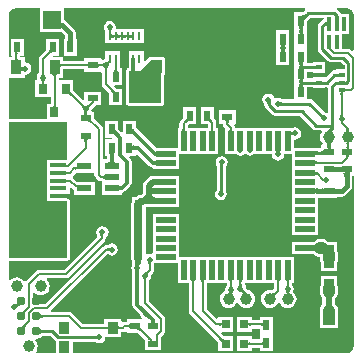
<source format=gtl>
G04*
G04 #@! TF.GenerationSoftware,Altium Limited,Altium Designer,19.0.14 (431)*
G04*
G04 Layer_Physical_Order=1*
G04 Layer_Color=255*
%FSAX25Y25*%
%MOIN*%
G70*
G01*
G75*
%ADD11C,0.00787*%
%ADD13C,0.01181*%
%ADD21R,0.04724X0.02362*%
%ADD22R,0.07480X0.09055*%
%ADD23R,0.05512X0.06299*%
%ADD24R,0.05512X0.01575*%
%ADD25R,0.01378X0.04724*%
%ADD26R,0.01929X0.01772*%
%ADD27R,0.02362X0.03543*%
%ADD28R,0.03543X0.02362*%
%ADD29R,0.00984X0.02756*%
%ADD30R,0.07874X0.03110*%
%ADD31R,0.03583X0.04803*%
%ADD32R,0.03150X0.03543*%
%ADD33R,0.03150X0.03150*%
G04:AMPARAMS|DCode=34|XSize=59.06mil|YSize=59.06mil|CornerRadius=5.91mil|HoleSize=0mil|Usage=FLASHONLY|Rotation=0.000|XOffset=0mil|YOffset=0mil|HoleType=Round|Shape=RoundedRectangle|*
%AMROUNDEDRECTD34*
21,1,0.05906,0.04724,0,0,0.0*
21,1,0.04724,0.05906,0,0,0.0*
1,1,0.01181,0.02362,-0.02362*
1,1,0.01181,-0.02362,-0.02362*
1,1,0.01181,-0.02362,0.02362*
1,1,0.01181,0.02362,0.02362*
%
%ADD34ROUNDEDRECTD34*%
%ADD35R,0.05906X0.05906*%
%ADD36R,0.03937X0.03937*%
%ADD37R,0.04134X0.08661*%
%ADD38C,0.03098*%
%ADD39R,0.03543X0.03937*%
%ADD66C,0.03937*%
%ADD67R,0.07480X0.06102*%
%ADD68R,0.06693X0.01968*%
%ADD69R,0.01968X0.06693*%
%ADD70C,0.01575*%
%ADD71C,0.02756*%
%ADD72C,0.01968*%
%ADD73C,0.00984*%
%ADD74C,0.04000*%
%ADD75C,0.05906*%
%ADD76C,0.03902*%
%ADD77C,0.01968*%
G36*
X0807684Y0703071D02*
X0807514Y0702894D01*
X0807241Y0702566D01*
X0807137Y0702414D01*
X0807055Y0702271D01*
X0806995Y0702136D01*
X0806958Y0702009D01*
X0806942Y0701891D01*
X0806948Y0701781D01*
X0806976Y0701679D01*
X0806187Y0703649D01*
X0806236Y0703568D01*
X0806305Y0703521D01*
X0806394Y0703508D01*
X0806503Y0703528D01*
X0806632Y0703582D01*
X0806782Y0703670D01*
X0806951Y0703791D01*
X0807140Y0703946D01*
X0807578Y0704357D01*
X0807684Y0703071D01*
D02*
G37*
G36*
X0814603Y0700216D02*
X0814596Y0700256D01*
X0814574Y0700291D01*
X0814539Y0700323D01*
X0814489Y0700350D01*
X0814425Y0700373D01*
X0814346Y0700392D01*
X0814253Y0700406D01*
X0814146Y0700417D01*
X0813890Y0700425D01*
Y0701409D01*
X0814025Y0701411D01*
X0814253Y0701428D01*
X0814346Y0701443D01*
X0814425Y0701462D01*
X0814489Y0701485D01*
X0814539Y0701512D01*
X0814574Y0701543D01*
X0814596Y0701579D01*
X0814603Y0701618D01*
Y0700216D01*
D02*
G37*
G36*
X0806710Y0700132D02*
X0806626Y0700103D01*
X0806552Y0700053D01*
X0806488Y0699984D01*
X0806434Y0699896D01*
X0806390Y0699788D01*
X0806355Y0699660D01*
X0806331Y0699512D01*
X0806316Y0699345D01*
X0806311Y0699158D01*
X0805327D01*
X0805322Y0699345D01*
X0805307Y0699512D01*
X0805282Y0699660D01*
X0805248Y0699788D01*
X0805204Y0699896D01*
X0805150Y0699984D01*
X0805086Y0700053D01*
X0805012Y0700103D01*
X0804928Y0700132D01*
X0804835Y0700142D01*
X0806803D01*
X0806710Y0700132D01*
D02*
G37*
G36*
X0806316Y0698455D02*
X0806331Y0698287D01*
X0806355Y0698140D01*
X0806390Y0698012D01*
X0806434Y0697903D01*
X0806488Y0697815D01*
X0806552Y0697746D01*
X0806626Y0697697D01*
X0806710Y0697667D01*
X0806803Y0697657D01*
X0804835D01*
X0804928Y0697667D01*
X0805012Y0697697D01*
X0805086Y0697746D01*
X0805150Y0697815D01*
X0805204Y0697903D01*
X0805248Y0698012D01*
X0805282Y0698140D01*
X0805307Y0698287D01*
X0805322Y0698455D01*
X0805327Y0698641D01*
X0806311D01*
X0806316Y0698455D01*
D02*
G37*
G36*
X0729839Y0696078D02*
X0729896Y0695370D01*
X0729930Y0695197D01*
X0729972Y0695055D01*
X0730022Y0694945D01*
X0730079Y0694866D01*
X0730144Y0694819D01*
X0730216Y0694803D01*
X0727878D01*
X0727951Y0694819D01*
X0728016Y0694866D01*
X0728073Y0694945D01*
X0728122Y0695055D01*
X0728164Y0695197D01*
X0728199Y0695370D01*
X0728226Y0695575D01*
X0728256Y0696078D01*
X0728260Y0696378D01*
X0729835D01*
X0729839Y0696078D01*
D02*
G37*
G36*
X0822105Y0705922D02*
X0822894Y0705394D01*
X0823422Y0704605D01*
X0823594Y0703739D01*
X0823581Y0703673D01*
Y0692011D01*
X0823119Y0691820D01*
X0822761Y0692178D01*
X0822300Y0692486D01*
X0821756Y0692594D01*
X0819516D01*
Y0697457D01*
X0822075D01*
Y0704181D01*
X0819216D01*
X0818902Y0704651D01*
X0818017Y0705536D01*
X0817950Y0705581D01*
X0818102Y0706081D01*
X0821173D01*
X0821239Y0706094D01*
X0822105Y0705922D01*
D02*
G37*
G36*
X0723086Y0691284D02*
X0723025Y0691328D01*
X0722953Y0691351D01*
X0722869D01*
X0722774Y0691328D01*
X0722669Y0691284D01*
X0722552Y0691217D01*
X0722424Y0691128D01*
X0722284Y0691016D01*
X0721973Y0690727D01*
X0721416Y0691284D01*
X0721572Y0691445D01*
X0721817Y0691735D01*
X0721906Y0691863D01*
X0721973Y0691980D01*
X0722017Y0692085D01*
X0722039Y0692180D01*
Y0692264D01*
X0722017Y0692336D01*
X0721973Y0692397D01*
X0723086Y0691284D01*
D02*
G37*
G36*
X0711732Y0691276D02*
X0711665Y0691252D01*
X0711606Y0691213D01*
X0711555Y0691158D01*
X0711512Y0691087D01*
X0711476Y0691000D01*
X0711449Y0690898D01*
X0711429Y0690780D01*
X0711417Y0690646D01*
X0711413Y0690496D01*
X0710626D01*
X0710622Y0690646D01*
X0710610Y0690780D01*
X0710591Y0690898D01*
X0710563Y0691000D01*
X0710528Y0691087D01*
X0710484Y0691158D01*
X0710433Y0691213D01*
X0710374Y0691252D01*
X0710307Y0691276D01*
X0710232Y0691284D01*
X0711807D01*
X0711732Y0691276D01*
D02*
G37*
G36*
X0711417Y0689378D02*
X0711429Y0689244D01*
X0711449Y0689126D01*
X0711476Y0689023D01*
X0711512Y0688937D01*
X0711555Y0688866D01*
X0711606Y0688811D01*
X0711665Y0688771D01*
X0711732Y0688748D01*
X0711807Y0688740D01*
X0710232D01*
X0710307Y0688748D01*
X0710374Y0688771D01*
X0710433Y0688811D01*
X0710484Y0688866D01*
X0710528Y0688937D01*
X0710563Y0689023D01*
X0710591Y0689126D01*
X0710610Y0689244D01*
X0710622Y0689378D01*
X0710626Y0689527D01*
X0711413D01*
X0711417Y0689378D01*
D02*
G37*
G36*
X0806710Y0688136D02*
X0806626Y0688106D01*
X0806552Y0688056D01*
X0806488Y0687987D01*
X0806434Y0687897D01*
X0806390Y0687787D01*
X0806355Y0687658D01*
X0806331Y0687508D01*
X0806316Y0687339D01*
X0806311Y0687150D01*
X0805327D01*
X0805322Y0687339D01*
X0805307Y0687508D01*
X0805282Y0687658D01*
X0805248Y0687787D01*
X0805204Y0687897D01*
X0805150Y0687987D01*
X0805086Y0688056D01*
X0805012Y0688106D01*
X0804928Y0688136D01*
X0804835Y0688146D01*
X0806803D01*
X0806710Y0688136D01*
D02*
G37*
G36*
X0742290Y0687915D02*
X0742223Y0687844D01*
X0742163Y0687771D01*
X0742110Y0687697D01*
X0742065Y0687622D01*
X0742026Y0687546D01*
X0741995Y0687469D01*
X0741971Y0687390D01*
X0741954Y0687311D01*
X0741944Y0687230D01*
X0741941Y0687148D01*
X0740967Y0688122D01*
X0741049Y0688125D01*
X0741129Y0688135D01*
X0741209Y0688152D01*
X0741288Y0688176D01*
X0741365Y0688207D01*
X0741441Y0688246D01*
X0741516Y0688292D01*
X0741590Y0688344D01*
X0741662Y0688405D01*
X0741734Y0688472D01*
X0742290Y0687915D01*
D02*
G37*
G36*
X0740254Y0686449D02*
X0740194Y0686505D01*
X0740130Y0686555D01*
X0740061Y0686599D01*
X0739989Y0686638D01*
X0739912Y0686670D01*
X0739831Y0686697D01*
X0739745Y0686718D01*
X0739656Y0686732D01*
X0739562Y0686741D01*
X0739464Y0686744D01*
Y0687532D01*
X0739562Y0687535D01*
X0739656Y0687543D01*
X0739745Y0687558D01*
X0739831Y0687579D01*
X0739912Y0687605D01*
X0739989Y0687638D01*
X0740061Y0687676D01*
X0740130Y0687720D01*
X0740194Y0687771D01*
X0740254Y0687827D01*
Y0686449D01*
D02*
G37*
G36*
X0738283Y0687850D02*
X0738307Y0687783D01*
X0738347Y0687724D01*
X0738403Y0687673D01*
X0738475Y0687630D01*
X0738563Y0687595D01*
X0738667Y0687567D01*
X0738787Y0687547D01*
X0738923Y0687535D01*
X0739075Y0687532D01*
Y0686744D01*
X0738923Y0686740D01*
X0738787Y0686728D01*
X0738667Y0686709D01*
X0738563Y0686681D01*
X0738475Y0686646D01*
X0738403Y0686602D01*
X0738347Y0686551D01*
X0738307Y0686492D01*
X0738283Y0686425D01*
X0738275Y0686350D01*
Y0687925D01*
X0738283Y0687850D01*
D02*
G37*
G36*
X0734768Y0686350D02*
X0734760Y0686425D01*
X0734736Y0686492D01*
X0734697Y0686551D01*
X0734642Y0686602D01*
X0734571Y0686646D01*
X0734484Y0686681D01*
X0734382Y0686709D01*
X0734264Y0686728D01*
X0734130Y0686740D01*
X0733981Y0686744D01*
Y0687532D01*
X0734130Y0687535D01*
X0734264Y0687547D01*
X0734382Y0687567D01*
X0734484Y0687595D01*
X0734571Y0687630D01*
X0734642Y0687673D01*
X0734697Y0687724D01*
X0734736Y0687783D01*
X0734760Y0687850D01*
X0734768Y0687925D01*
Y0686350D01*
D02*
G37*
G36*
X0725669Y0687850D02*
X0725693Y0687783D01*
X0725733Y0687724D01*
X0725789Y0687673D01*
X0725861Y0687630D01*
X0725949Y0687595D01*
X0726053Y0687567D01*
X0726173Y0687547D01*
X0726308Y0687535D01*
X0726460Y0687532D01*
Y0686744D01*
X0726308Y0686740D01*
X0726173Y0686728D01*
X0726053Y0686709D01*
X0725949Y0686681D01*
X0725861Y0686646D01*
X0725789Y0686602D01*
X0725733Y0686551D01*
X0725693Y0686492D01*
X0725669Y0686425D01*
X0725661Y0686350D01*
Y0687925D01*
X0725669Y0687850D01*
D02*
G37*
G36*
X0806316Y0686543D02*
X0806331Y0686373D01*
X0806355Y0686224D01*
X0806390Y0686095D01*
X0806434Y0685985D01*
X0806488Y0685895D01*
X0806552Y0685825D01*
X0806626Y0685776D01*
X0806710Y0685746D01*
X0806803Y0685736D01*
X0804835D01*
X0804928Y0685746D01*
X0805012Y0685776D01*
X0805086Y0685825D01*
X0805150Y0685895D01*
X0805204Y0685985D01*
X0805248Y0686095D01*
X0805282Y0686224D01*
X0805307Y0686373D01*
X0805322Y0686543D01*
X0805327Y0686732D01*
X0806311D01*
X0806316Y0686543D01*
D02*
G37*
G36*
X0741590Y0686375D02*
X0741539Y0686311D01*
X0741495Y0686242D01*
X0741457Y0686170D01*
X0741424Y0686093D01*
X0741398Y0686012D01*
X0741377Y0685926D01*
X0741362Y0685837D01*
X0741353Y0685743D01*
X0741350Y0685645D01*
X0740563D01*
X0740560Y0685743D01*
X0740551Y0685837D01*
X0740536Y0685926D01*
X0740516Y0686012D01*
X0740489Y0686093D01*
X0740457Y0686170D01*
X0740418Y0686242D01*
X0740374Y0686311D01*
X0740324Y0686375D01*
X0740268Y0686435D01*
X0741646D01*
X0741590Y0686375D01*
D02*
G37*
G36*
X0813579Y0702377D02*
X0813308Y0702323D01*
X0812814Y0701993D01*
X0812027Y0701206D01*
X0811697Y0700712D01*
X0811581Y0700130D01*
Y0692453D01*
X0811697Y0691871D01*
X0812027Y0691377D01*
X0814979Y0688424D01*
X0814979Y0688424D01*
X0815473Y0688095D01*
X0816055Y0687979D01*
X0819371D01*
X0820035Y0687315D01*
Y0685677D01*
X0817535D01*
Y0685313D01*
X0817039D01*
X0817039Y0685313D01*
X0816457Y0685197D01*
X0815964Y0684867D01*
X0814294Y0683197D01*
X0813827Y0683118D01*
Y0683118D01*
X0809898D01*
Y0682754D01*
X0808000D01*
Y0684829D01*
X0809898D01*
Y0684465D01*
X0813827D01*
Y0688236D01*
X0809898D01*
Y0687872D01*
X0808000D01*
Y0692665D01*
X0808000D01*
Y0693126D01*
X0808000D01*
Y0698669D01*
X0808000D01*
Y0699130D01*
X0808000D01*
Y0701869D01*
X0808002Y0701873D01*
X0808055Y0701950D01*
X0808234Y0702165D01*
X0809008Y0702939D01*
X0813579D01*
Y0702377D01*
D02*
G37*
G36*
X0712795Y0686669D02*
X0712819Y0686602D01*
X0712859Y0686543D01*
X0712915Y0686492D01*
X0712987Y0686449D01*
X0713045Y0686425D01*
X0713118Y0686457D01*
X0713191Y0686495D01*
X0713260Y0686539D01*
X0713324Y0686590D01*
X0713384Y0686646D01*
Y0686359D01*
X0713435Y0686354D01*
X0713586Y0686350D01*
Y0685563D01*
X0713435Y0685559D01*
X0713384Y0685555D01*
Y0685268D01*
X0713324Y0685324D01*
X0713260Y0685374D01*
X0713191Y0685418D01*
X0713118Y0685457D01*
X0713045Y0685488D01*
X0712987Y0685465D01*
X0712915Y0685421D01*
X0712859Y0685370D01*
X0712819Y0685311D01*
X0712795Y0685244D01*
X0712787Y0685169D01*
Y0685551D01*
X0712786Y0685551D01*
X0712692Y0685560D01*
X0712594Y0685563D01*
Y0686350D01*
X0712692Y0686353D01*
X0712786Y0686362D01*
X0712787Y0686362D01*
Y0686744D01*
X0712795Y0686669D01*
D02*
G37*
G36*
X0744602Y0685596D02*
X0744614Y0685460D01*
X0744634Y0685340D01*
X0744661Y0685236D01*
X0744697Y0685148D01*
X0744740Y0685076D01*
X0744791Y0685020D01*
X0744850Y0684980D01*
X0744917Y0684956D01*
X0744992Y0684948D01*
X0743417D01*
X0743492Y0684956D01*
X0743559Y0684980D01*
X0743618Y0685020D01*
X0743669Y0685076D01*
X0743713Y0685148D01*
X0743748Y0685236D01*
X0743776Y0685340D01*
X0743795Y0685460D01*
X0743807Y0685596D01*
X0743811Y0685748D01*
X0744598D01*
X0744602Y0685596D01*
D02*
G37*
G36*
X0724606Y0683965D02*
X0724539Y0683941D01*
X0724480Y0683901D01*
X0724429Y0683845D01*
X0724386Y0683773D01*
X0724350Y0683685D01*
X0724323Y0683581D01*
X0724303Y0683461D01*
X0724291Y0683325D01*
X0724287Y0683173D01*
X0723500D01*
X0723496Y0683325D01*
X0723484Y0683461D01*
X0723465Y0683581D01*
X0723437Y0683685D01*
X0723402Y0683773D01*
X0723358Y0683845D01*
X0723307Y0683901D01*
X0723248Y0683941D01*
X0723181Y0683965D01*
X0723106Y0683973D01*
X0724681D01*
X0724606Y0683965D01*
D02*
G37*
G36*
X0806710Y0682219D02*
X0806626Y0682189D01*
X0806552Y0682140D01*
X0806488Y0682071D01*
X0806434Y0681983D01*
X0806390Y0681874D01*
X0806355Y0681746D01*
X0806331Y0681599D01*
X0806316Y0681431D01*
X0806311Y0681244D01*
X0805327D01*
X0805322Y0681431D01*
X0805307Y0681599D01*
X0805282Y0681746D01*
X0805248Y0681874D01*
X0805204Y0681983D01*
X0805150Y0682071D01*
X0805086Y0682140D01*
X0805012Y0682189D01*
X0804928Y0682219D01*
X0804835Y0682229D01*
X0806803D01*
X0806710Y0682219D01*
D02*
G37*
G36*
X0720378Y0684353D02*
X0720381Y0684255D01*
X0720389Y0684162D01*
X0720402Y0684071D01*
X0720421Y0683985D01*
X0720445Y0683902D01*
X0720474Y0683823D01*
X0720508Y0683747D01*
X0720548Y0683675D01*
X0720594Y0683607D01*
X0720644Y0683542D01*
X0720020Y0682905D01*
X0720644Y0682269D01*
X0720594Y0682204D01*
X0720548Y0682136D01*
X0720508Y0682064D01*
X0720474Y0681988D01*
X0720445Y0681909D01*
X0720421Y0681826D01*
X0720402Y0681740D01*
X0720389Y0681649D01*
X0720386Y0681617D01*
X0720394Y0681527D01*
X0720413Y0681409D01*
X0720441Y0681307D01*
X0720476Y0681220D01*
X0720520Y0681149D01*
X0720571Y0681094D01*
X0720630Y0681055D01*
X0720697Y0681031D01*
X0720772Y0681023D01*
X0719197D01*
X0719272Y0681031D01*
X0719339Y0681055D01*
X0719398Y0681094D01*
X0719449Y0681149D01*
X0719492Y0681220D01*
X0719528Y0681307D01*
X0719555Y0681409D01*
X0719575Y0681527D01*
X0719578Y0681566D01*
X0719578Y0681571D01*
X0719562Y0681659D01*
X0719540Y0681743D01*
X0719511Y0681822D01*
X0719476Y0681896D01*
X0719435Y0681965D01*
X0719387Y0682029D01*
X0719333Y0682088D01*
X0719272Y0682142D01*
X0720020Y0682905D01*
X0719272Y0683669D01*
X0719333Y0683723D01*
X0719387Y0683782D01*
X0719435Y0683846D01*
X0719476Y0683915D01*
X0719511Y0683989D01*
X0719540Y0684068D01*
X0719562Y0684152D01*
X0719578Y0684240D01*
X0719587Y0684334D01*
X0719591Y0684433D01*
X0720378Y0684353D01*
D02*
G37*
G36*
X0806316Y0680637D02*
X0806331Y0680468D01*
X0806355Y0680318D01*
X0806390Y0680189D01*
X0806434Y0680079D01*
X0806488Y0679990D01*
X0806552Y0679920D01*
X0806626Y0679870D01*
X0806710Y0679840D01*
X0806803Y0679830D01*
X0804835D01*
X0804928Y0679840D01*
X0805012Y0679870D01*
X0805086Y0679920D01*
X0805150Y0679990D01*
X0805204Y0680079D01*
X0805248Y0680189D01*
X0805282Y0680318D01*
X0805307Y0680468D01*
X0805322Y0680637D01*
X0805327Y0680827D01*
X0806311D01*
X0806316Y0680637D01*
D02*
G37*
G36*
X0814927Y0679406D02*
Y0671447D01*
X0814487Y0671212D01*
X0814369Y0671290D01*
X0813755Y0671413D01*
X0809843Y0675324D01*
X0809350Y0675654D01*
X0808768Y0675770D01*
X0808000D01*
Y0679711D01*
X0809898D01*
Y0679347D01*
X0813827D01*
Y0679711D01*
X0814480D01*
X0814541Y0679723D01*
X0814927Y0679406D01*
D02*
G37*
G36*
X0743535Y0678684D02*
X0743804Y0678461D01*
X0743926Y0678377D01*
X0744041Y0678312D01*
X0744149Y0678265D01*
X0744249Y0678238D01*
X0744341Y0678229D01*
X0744426Y0678239D01*
X0744503Y0678267D01*
X0743036Y0677508D01*
X0743096Y0677553D01*
X0743131Y0677613D01*
X0743140Y0677688D01*
X0743123Y0677777D01*
X0743080Y0677881D01*
X0743011Y0678000D01*
X0742917Y0678133D01*
X0742797Y0678281D01*
X0742479Y0678622D01*
X0743390Y0678824D01*
X0743535Y0678684D01*
D02*
G37*
G36*
X0820213Y0677792D02*
X0820146Y0677768D01*
X0820087Y0677729D01*
X0820035Y0677673D01*
X0819992Y0677603D01*
X0819957Y0677516D01*
X0819929Y0677414D01*
X0819909Y0677295D01*
X0819898Y0677162D01*
X0819894Y0677012D01*
X0819106D01*
X0819102Y0677162D01*
X0819090Y0677295D01*
X0819071Y0677414D01*
X0819043Y0677516D01*
X0819008Y0677603D01*
X0818965Y0677673D01*
X0818913Y0677729D01*
X0818854Y0677768D01*
X0818787Y0677792D01*
X0818713Y0677799D01*
X0820287D01*
X0820213Y0677792D01*
D02*
G37*
G36*
X0728981Y0678753D02*
X0728967Y0678675D01*
X0728973Y0678586D01*
X0729000Y0678489D01*
X0729047Y0678382D01*
X0729114Y0678266D01*
X0729201Y0678141D01*
X0729308Y0678006D01*
X0729584Y0677709D01*
X0729232Y0676947D01*
X0729060Y0677114D01*
X0728757Y0677373D01*
X0728626Y0677466D01*
X0728508Y0677535D01*
X0728403Y0677580D01*
X0728312Y0677601D01*
X0728234Y0677597D01*
X0728170Y0677569D01*
X0728119Y0677516D01*
X0729015Y0678822D01*
X0728981Y0678753D01*
D02*
G37*
G36*
X0795877Y0674973D02*
X0795854Y0674924D01*
X0795835Y0674868D01*
X0795818Y0674805D01*
X0795804Y0674734D01*
X0795783Y0674571D01*
X0795776Y0674478D01*
X0795771Y0674271D01*
X0794787Y0674046D01*
X0794784Y0674152D01*
X0794765Y0674340D01*
X0794749Y0674422D01*
X0794727Y0674496D01*
X0794701Y0674563D01*
X0794670Y0674622D01*
X0794634Y0674673D01*
X0794594Y0674716D01*
X0794549Y0674751D01*
X0795901Y0675015D01*
X0795877Y0674973D01*
D02*
G37*
G36*
X0710937Y0706081D02*
X0718477D01*
X0718964Y0706051D01*
X0718964Y0705581D01*
Y0698146D01*
X0726092D01*
X0727225Y0697013D01*
Y0695918D01*
X0727219Y0695815D01*
X0726866D01*
Y0694841D01*
X0726859Y0694803D01*
X0726866Y0694765D01*
Y0690272D01*
X0731228D01*
Y0694765D01*
X0731236Y0694803D01*
X0731228Y0694841D01*
Y0695815D01*
X0730883D01*
X0730870Y0695976D01*
Y0697768D01*
X0730870Y0697768D01*
X0730731Y0698465D01*
X0730336Y0699056D01*
X0730336Y0699056D01*
X0727580Y0701812D01*
X0726989Y0702207D01*
X0726870Y0702231D01*
X0726870Y0706051D01*
X0727358Y0706081D01*
X0807217D01*
X0807369Y0705581D01*
X0807302Y0705536D01*
X0806651Y0704885D01*
X0806468Y0704713D01*
X0806419Y0704673D01*
X0803638D01*
Y0699130D01*
X0803638D01*
Y0698669D01*
X0803638D01*
Y0693126D01*
X0803638D01*
Y0692665D01*
X0803638D01*
Y0687122D01*
X0803638D01*
Y0686760D01*
X0803638D01*
Y0681217D01*
X0803638D01*
Y0680854D01*
X0803638D01*
Y0675770D01*
X0799638D01*
X0799117Y0676117D01*
X0798343Y0676271D01*
X0797569Y0676117D01*
X0797446Y0676035D01*
X0796984Y0676226D01*
X0796960Y0676347D01*
X0796521Y0677003D01*
X0795865Y0677442D01*
X0795091Y0677596D01*
X0794316Y0677442D01*
X0793660Y0677003D01*
X0793221Y0676347D01*
X0793067Y0675573D01*
X0793221Y0674799D01*
X0793660Y0674142D01*
X0793757Y0674077D01*
Y0673810D01*
X0793873Y0673228D01*
X0794203Y0672734D01*
X0796242Y0670696D01*
X0796242Y0670696D01*
X0796735Y0670366D01*
X0797317Y0670251D01*
X0797317Y0670251D01*
X0805509D01*
X0809890Y0665869D01*
X0809890Y0665869D01*
X0810384Y0665539D01*
X0810966Y0665423D01*
X0810966Y0665423D01*
X0812662D01*
X0812908Y0664923D01*
X0812675Y0664619D01*
X0812376Y0663897D01*
X0812274Y0663122D01*
X0812376Y0662347D01*
X0812675Y0661625D01*
X0813151Y0661005D01*
X0813183Y0660980D01*
X0813013Y0660480D01*
X0812496D01*
Y0659486D01*
X0811732D01*
Y0659614D01*
X0810797D01*
X0810772Y0659620D01*
X0810746Y0659617D01*
X0810720Y0659622D01*
X0810682Y0659614D01*
X0803504D01*
Y0661979D01*
X0803890Y0662296D01*
X0803953Y0662284D01*
X0804728Y0662438D01*
X0805384Y0662876D01*
X0805823Y0663533D01*
X0805977Y0664307D01*
X0805823Y0665081D01*
X0805384Y0665737D01*
X0804728Y0666176D01*
X0803953Y0666330D01*
X0803179Y0666176D01*
X0803081Y0666110D01*
X0802536D01*
X0802499Y0666118D01*
X0802459Y0666110D01*
X0783992D01*
Y0666291D01*
X0783884Y0666835D01*
X0783684Y0667134D01*
X0783902Y0667634D01*
X0784181D01*
Y0671996D01*
X0778638D01*
Y0667634D01*
X0779988D01*
Y0667453D01*
X0780097Y0666909D01*
X0780405Y0666448D01*
X0780405Y0666447D01*
X0780408Y0666445D01*
X0780638Y0666110D01*
Y0657417D01*
X0784372D01*
X0784966Y0657021D01*
X0785740Y0656867D01*
X0786514Y0657021D01*
X0787108Y0657417D01*
X0787620D01*
X0788214Y0657021D01*
X0788988Y0656867D01*
X0789762Y0657021D01*
X0790356Y0657417D01*
X0796224D01*
X0796308Y0657315D01*
X0796462Y0656541D01*
X0796900Y0655884D01*
X0797556Y0655446D01*
X0798331Y0655292D01*
X0799105Y0655446D01*
X0799761Y0655884D01*
X0800200Y0656541D01*
X0800354Y0657315D01*
X0800438Y0657417D01*
X0803039D01*
Y0652496D01*
Y0649307D01*
Y0646197D01*
Y0643047D01*
Y0639858D01*
X0803047D01*
Y0637547D01*
X0803047D01*
Y0633579D01*
X0803047D01*
Y0630429D01*
X0811740D01*
Y0634398D01*
X0811740D01*
Y0636728D01*
X0811740D01*
Y0640697D01*
X0811732D01*
Y0642785D01*
X0811907Y0642908D01*
X0812398Y0642929D01*
Y0642929D01*
X0813371D01*
X0813410Y0642922D01*
X0813448Y0642929D01*
X0816891D01*
X0816929Y0642922D01*
X0816967Y0642929D01*
X0817941D01*
Y0643275D01*
X0818102Y0643288D01*
X0819598D01*
X0819598Y0643288D01*
X0820296Y0643427D01*
X0820887Y0643822D01*
X0822462Y0645396D01*
X0822462Y0645396D01*
X0822857Y0645988D01*
X0822996Y0646685D01*
X0822996Y0646685D01*
Y0649992D01*
X0823004Y0650092D01*
X0823024Y0650213D01*
X0823581D01*
Y0593437D01*
X0823594Y0593371D01*
X0823422Y0592506D01*
X0822894Y0591716D01*
X0822105Y0591188D01*
X0821239Y0591016D01*
X0821173Y0591029D01*
X0729850D01*
Y0594868D01*
X0737398D01*
X0737919Y0594521D01*
X0738693Y0594367D01*
X0739467Y0594521D01*
X0740124Y0594959D01*
X0740562Y0595615D01*
X0740716Y0596390D01*
X0740865Y0596571D01*
X0745992D01*
Y0598118D01*
X0746468D01*
X0747012Y0598226D01*
X0747331Y0598439D01*
X0747738Y0598275D01*
X0747831Y0598185D01*
Y0597949D01*
X0751210D01*
X0751249Y0597941D01*
X0751287Y0597949D01*
X0751344D01*
X0751475Y0597838D01*
X0753835Y0595479D01*
Y0595436D01*
X0753827Y0595399D01*
X0753833Y0595366D01*
X0753829Y0595333D01*
X0753835Y0595311D01*
Y0592043D01*
X0759378D01*
Y0594874D01*
X0759405Y0595012D01*
Y0596561D01*
X0760377Y0597532D01*
X0760684Y0597993D01*
X0760793Y0598537D01*
Y0602499D01*
X0760684Y0603043D01*
X0760377Y0603504D01*
X0755370Y0608511D01*
Y0615524D01*
X0755379Y0615530D01*
X0755818Y0616186D01*
X0755972Y0616961D01*
X0755917Y0617239D01*
X0756531Y0617853D01*
X0756839Y0618314D01*
X0756947Y0618857D01*
X0756947Y0618857D01*
Y0620742D01*
X0756956Y0620748D01*
X0757125Y0621000D01*
X0764850D01*
Y0614484D01*
X0768571D01*
Y0605051D01*
X0768679Y0604507D01*
X0768987Y0604046D01*
X0778107Y0594927D01*
X0778216Y0594809D01*
X0778244Y0594774D01*
Y0594712D01*
X0778236Y0594674D01*
X0778244Y0594635D01*
Y0591650D01*
X0783394D01*
Y0596799D01*
X0780408D01*
X0780370Y0596807D01*
X0780332Y0596799D01*
X0780274D01*
X0780143Y0596910D01*
X0779369Y0597684D01*
X0779561Y0598146D01*
X0783394D01*
Y0603295D01*
X0778244D01*
Y0602809D01*
X0777782Y0602617D01*
X0774563Y0605837D01*
Y0614484D01*
X0775126D01*
Y0614484D01*
X0777457D01*
Y0614484D01*
X0781170D01*
Y0613583D01*
X0781169Y0613580D01*
X0781165Y0613559D01*
X0781160Y0613544D01*
X0781157Y0613534D01*
X0781154Y0613528D01*
X0781152Y0613524D01*
X0781150Y0613522D01*
X0781124Y0613488D01*
X0781083Y0613404D01*
X0780824Y0613015D01*
X0780669Y0612241D01*
X0780727Y0611952D01*
X0780306Y0611778D01*
X0779686Y0611302D01*
X0779210Y0610682D01*
X0778911Y0609960D01*
X0778809Y0609185D01*
X0778911Y0608410D01*
X0779210Y0607688D01*
X0779686Y0607068D01*
X0780306Y0606592D01*
X0781028Y0606293D01*
X0781803Y0606191D01*
X0782578Y0606293D01*
X0783300Y0606592D01*
X0783920Y0607068D01*
X0784396Y0607688D01*
X0784485Y0607903D01*
X0785027D01*
X0785116Y0607688D01*
X0785592Y0607068D01*
X0786212Y0606592D01*
X0786934Y0606293D01*
X0787709Y0606191D01*
X0788484Y0606293D01*
X0789206Y0606592D01*
X0789826Y0607068D01*
X0790302Y0607688D01*
X0790601Y0608410D01*
X0790703Y0609185D01*
X0790601Y0609960D01*
X0790302Y0610682D01*
X0789826Y0611302D01*
X0789206Y0611778D01*
X0788484Y0612077D01*
X0788280Y0612104D01*
X0788280Y0612104D01*
X0788266Y0612112D01*
X0788248Y0612118D01*
X0788230Y0612126D01*
X0788229Y0612126D01*
X0788222Y0612130D01*
X0788190Y0612150D01*
X0788161Y0612171D01*
X0787992Y0612314D01*
X0787761Y0612545D01*
X0787763Y0612557D01*
X0787609Y0613331D01*
X0787171Y0613987D01*
X0787161Y0613994D01*
Y0614484D01*
X0787724D01*
Y0614488D01*
X0790055D01*
Y0614488D01*
X0793205D01*
Y0614484D01*
X0796945D01*
Y0612557D01*
X0796434Y0612046D01*
X0796358Y0612077D01*
X0795583Y0612179D01*
X0794808Y0612077D01*
X0794086Y0611778D01*
X0793466Y0611302D01*
X0792990Y0610682D01*
X0792691Y0609960D01*
X0792589Y0609185D01*
X0792691Y0608410D01*
X0792990Y0607688D01*
X0793466Y0607068D01*
X0794086Y0606592D01*
X0794808Y0606293D01*
X0795583Y0606191D01*
X0796358Y0606293D01*
X0797080Y0606592D01*
X0797700Y0607068D01*
X0798176Y0607688D01*
X0798265Y0607903D01*
X0798806D01*
X0798895Y0607688D01*
X0799371Y0607068D01*
X0799991Y0606592D01*
X0800713Y0606293D01*
X0801488Y0606191D01*
X0802263Y0606293D01*
X0802985Y0606592D01*
X0803605Y0607068D01*
X0804081Y0607688D01*
X0804380Y0608410D01*
X0804482Y0609185D01*
X0804380Y0609960D01*
X0804081Y0610682D01*
X0803605Y0611302D01*
X0803346Y0611501D01*
X0803452Y0611659D01*
X0803606Y0612433D01*
X0803452Y0613207D01*
X0803013Y0613864D01*
X0803004Y0613870D01*
Y0614484D01*
X0803661D01*
Y0623177D01*
X0799693D01*
Y0623177D01*
X0794024D01*
Y0623181D01*
X0790874D01*
Y0623181D01*
X0786905D01*
Y0623177D01*
X0780606D01*
Y0623177D01*
X0778276D01*
Y0623177D01*
X0774307D01*
Y0623177D01*
X0765276D01*
Y0627299D01*
Y0630409D01*
Y0633559D01*
Y0637528D01*
X0756583D01*
Y0633559D01*
Y0630409D01*
Y0627299D01*
Y0624461D01*
X0756525Y0624377D01*
X0756095Y0624092D01*
X0756083Y0624091D01*
X0755526Y0624202D01*
X0754752Y0624048D01*
X0754649Y0623979D01*
X0754208Y0624215D01*
Y0629284D01*
Y0639801D01*
X0754240Y0639807D01*
X0754385Y0639819D01*
X0760929D01*
X0761125Y0639858D01*
X0765276D01*
Y0643008D01*
Y0646158D01*
Y0650126D01*
X0761125D01*
X0760929Y0650165D01*
X0756488D01*
X0755714Y0650011D01*
X0755058Y0649572D01*
X0753798Y0648312D01*
X0753359Y0647656D01*
X0753205Y0646882D01*
Y0644513D01*
X0753174Y0644338D01*
X0753127Y0644197D01*
X0753078Y0644105D01*
X0753027Y0644043D01*
X0752966Y0643993D01*
X0752874Y0643943D01*
X0752733Y0643896D01*
X0752558Y0643866D01*
X0752276D01*
X0752079Y0643827D01*
X0752076D01*
X0752072Y0643825D01*
X0751501Y0643712D01*
X0750845Y0643273D01*
X0750823Y0643240D01*
X0749504D01*
Y0641359D01*
X0749343Y0640551D01*
X0749359Y0640472D01*
Y0629284D01*
Y0622689D01*
X0749504Y0621960D01*
Y0620869D01*
X0749496Y0620831D01*
X0749504Y0620793D01*
Y0620289D01*
X0749351Y0619520D01*
X0749505Y0618746D01*
X0749752Y0618375D01*
X0749752Y0618373D01*
Y0607232D01*
X0749876Y0606612D01*
X0750227Y0606086D01*
X0752460Y0603852D01*
X0752572Y0603293D01*
X0752894Y0602811D01*
X0752666Y0602311D01*
X0747831D01*
Y0601551D01*
X0747059D01*
X0746515Y0601443D01*
X0746492Y0601427D01*
X0745992Y0601695D01*
Y0602508D01*
X0740449D01*
Y0600960D01*
X0733081D01*
X0729658Y0604383D01*
X0729197Y0604691D01*
X0728653Y0604799D01*
X0722752D01*
X0722545Y0605299D01*
X0741129Y0623883D01*
X0741496Y0624193D01*
X0742153Y0623755D01*
X0742927Y0623601D01*
X0743701Y0623755D01*
X0744357Y0624193D01*
X0744796Y0624850D01*
X0744950Y0625624D01*
X0744796Y0626398D01*
X0744357Y0627054D01*
X0743701Y0627493D01*
X0742927Y0627647D01*
X0742153Y0627493D01*
X0741496Y0627054D01*
X0741490Y0627045D01*
X0740860D01*
X0740316Y0626937D01*
X0739855Y0626629D01*
X0720689Y0607462D01*
X0717087D01*
X0717036Y0607452D01*
X0716649Y0607769D01*
Y0611070D01*
X0717033Y0611235D01*
X0717149Y0611254D01*
X0717740Y0610801D01*
X0718458Y0610503D01*
X0719228Y0610402D01*
X0719999Y0610503D01*
X0720716Y0610801D01*
X0721333Y0611273D01*
X0721806Y0611890D01*
X0722103Y0612608D01*
X0722205Y0613378D01*
X0722103Y0614148D01*
X0721806Y0614866D01*
X0721333Y0615483D01*
X0721161Y0615614D01*
X0721331Y0616114D01*
X0727670D01*
X0728214Y0616223D01*
X0728675Y0616531D01*
X0740469Y0628325D01*
X0740777Y0628786D01*
X0740886Y0629330D01*
Y0629687D01*
X0741208Y0629902D01*
X0741646Y0630558D01*
X0741800Y0631333D01*
X0741646Y0632107D01*
X0741208Y0632763D01*
X0740551Y0633202D01*
X0739777Y0633356D01*
X0739003Y0633202D01*
X0738347Y0632763D01*
X0737908Y0632107D01*
X0737754Y0631333D01*
X0737908Y0630558D01*
X0737978Y0630454D01*
X0737979Y0630449D01*
X0737999Y0630407D01*
X0738006Y0630389D01*
X0738014Y0630366D01*
X0738018Y0630350D01*
X0738038Y0630255D01*
X0738041Y0630233D01*
X0738044Y0630198D01*
Y0629919D01*
X0727081Y0618956D01*
X0718656D01*
X0718112Y0618848D01*
X0717651Y0618540D01*
X0714223Y0615113D01*
X0714220Y0615107D01*
X0713620Y0615109D01*
X0713333Y0615483D01*
X0712716Y0615955D01*
X0711999Y0616253D01*
X0711228Y0616354D01*
X0710458Y0616253D01*
X0709740Y0615955D01*
X0709124Y0615483D01*
X0709029Y0615359D01*
X0708529Y0615529D01*
Y0621945D01*
X0727913D01*
X0728304Y0622023D01*
X0728634Y0622244D01*
X0728855Y0622574D01*
X0728933Y0622965D01*
Y0641650D01*
X0728855Y0642040D01*
X0728634Y0642371D01*
X0728304Y0642592D01*
X0727913Y0642669D01*
X0722374D01*
Y0644209D01*
X0728866D01*
Y0646093D01*
X0729328Y0646284D01*
X0729834Y0645779D01*
X0730295Y0645471D01*
X0730409Y0645448D01*
Y0643815D01*
X0737134D01*
Y0648177D01*
X0733121D01*
X0732984Y0648205D01*
X0731427D01*
X0730072Y0649560D01*
X0729968Y0649629D01*
Y0650231D01*
X0730052Y0650286D01*
X0731034Y0651268D01*
X0732984D01*
X0733121Y0651295D01*
X0737075D01*
Y0650524D01*
X0737183Y0649980D01*
X0737491Y0649519D01*
X0738279Y0648731D01*
X0738740Y0648423D01*
X0739284Y0648315D01*
X0739465D01*
Y0643815D01*
X0746189D01*
Y0644574D01*
X0746794Y0644695D01*
X0747320Y0645046D01*
X0749092Y0646818D01*
X0749443Y0647344D01*
X0749567Y0647965D01*
Y0654854D01*
X0749443Y0655475D01*
X0749092Y0656001D01*
X0748747Y0656345D01*
X0748939Y0656807D01*
X0750913D01*
Y0657207D01*
X0751375Y0657398D01*
X0755440Y0653334D01*
X0755966Y0652982D01*
X0756583Y0652859D01*
Y0652496D01*
X0757556D01*
X0757595Y0652489D01*
X0757633Y0652496D01*
X0765276D01*
Y0657417D01*
X0778307D01*
Y0666110D01*
X0777744D01*
Y0668012D01*
X0777636Y0668556D01*
X0777328Y0669017D01*
X0776983Y0669361D01*
X0776898Y0669457D01*
Y0672980D01*
X0772535D01*
Y0667437D01*
X0774870D01*
X0774902Y0667410D01*
Y0666110D01*
X0768256D01*
Y0667053D01*
X0768502Y0667300D01*
X0768620Y0667409D01*
X0768655Y0667437D01*
X0768717D01*
X0768755Y0667429D01*
X0768794Y0667437D01*
X0770992D01*
Y0672980D01*
X0766630D01*
Y0669601D01*
X0766622Y0669563D01*
X0766630Y0669524D01*
Y0669467D01*
X0766519Y0669336D01*
X0765830Y0668646D01*
X0765522Y0668186D01*
X0765414Y0667642D01*
Y0666110D01*
X0764850D01*
Y0659614D01*
X0757683D01*
X0751278Y0666019D01*
X0751228Y0666078D01*
X0751140Y0666195D01*
X0751069Y0666303D01*
X0751013Y0666403D01*
X0750972Y0666493D01*
X0750943Y0666574D01*
X0750924Y0666648D01*
X0750914Y0666714D01*
X0750913Y0666721D01*
Y0668453D01*
X0746551D01*
Y0664903D01*
X0746089Y0664712D01*
X0745307Y0665495D01*
X0745225Y0665588D01*
X0745109Y0665734D01*
X0745026Y0665855D01*
X0745008Y0665887D01*
Y0668453D01*
X0740646D01*
Y0662909D01*
X0742820D01*
X0742861Y0662850D01*
X0742600Y0662350D01*
X0740646D01*
Y0657934D01*
X0740644Y0657928D01*
X0740646Y0657908D01*
Y0657857D01*
X0740638Y0657819D01*
X0740646Y0657781D01*
Y0656807D01*
X0741205D01*
Y0655657D01*
X0739917D01*
Y0665681D01*
X0739809Y0666225D01*
X0739501Y0666686D01*
X0737074Y0669113D01*
X0736965Y0669230D01*
X0736937Y0669265D01*
Y0669327D01*
X0736945Y0669366D01*
X0736937Y0669404D01*
Y0671602D01*
X0736460D01*
X0736095Y0672102D01*
X0736189Y0672571D01*
X0736186Y0672582D01*
X0737489Y0673885D01*
X0737521Y0673933D01*
X0739299D01*
Y0678295D01*
X0733756D01*
Y0675643D01*
X0733294Y0675452D01*
X0730181Y0678565D01*
X0730082Y0678672D01*
X0730039Y0678725D01*
Y0682035D01*
X0725315D01*
Y0682949D01*
X0726685D01*
Y0685717D01*
X0733756D01*
Y0684957D01*
X0739299D01*
X0739536Y0684555D01*
Y0680700D01*
X0739644Y0680157D01*
X0739952Y0679696D01*
X0741901Y0677746D01*
X0742024Y0677615D01*
Y0677457D01*
X0742020Y0677422D01*
X0742024Y0677408D01*
Y0673736D01*
X0746386D01*
Y0679280D01*
X0744570D01*
X0744542Y0679286D01*
X0744499Y0679280D01*
X0744452D01*
X0744417Y0679283D01*
X0744411Y0679282D01*
X0744256Y0679411D01*
X0743700Y0679967D01*
X0743891Y0680429D01*
X0746386D01*
Y0685972D01*
X0745626D01*
Y0686925D01*
X0745697D01*
Y0691681D01*
X0740744D01*
Y0689119D01*
X0740182Y0689007D01*
X0739799Y0688751D01*
X0739299Y0689018D01*
Y0689319D01*
X0733756D01*
Y0688559D01*
X0726685D01*
Y0689752D01*
X0723719D01*
X0723459Y0690252D01*
X0723473Y0690272D01*
X0725323D01*
Y0695815D01*
X0720961D01*
Y0692435D01*
X0720953Y0692397D01*
X0720961Y0692359D01*
Y0692301D01*
X0720850Y0692171D01*
X0718980Y0690300D01*
X0718671Y0689839D01*
X0718563Y0689295D01*
Y0684403D01*
X0718463Y0684336D01*
X0718025Y0683680D01*
X0717871Y0682905D01*
X0717944Y0682535D01*
X0717534Y0682035D01*
X0717410D01*
Y0676492D01*
X0722473D01*
Y0674161D01*
X0721150D01*
Y0669260D01*
X0708529D01*
Y0682949D01*
X0713811D01*
Y0683707D01*
X0714087Y0683934D01*
X0714861Y0684088D01*
X0715517Y0684526D01*
X0715956Y0685183D01*
X0716110Y0685957D01*
X0715956Y0686731D01*
X0715517Y0687387D01*
X0714861Y0687826D01*
X0714087Y0687980D01*
X0713811Y0688206D01*
Y0689752D01*
X0712441D01*
Y0690272D01*
X0713512D01*
Y0695815D01*
X0709150D01*
Y0690272D01*
X0709599D01*
Y0689752D01*
X0708529D01*
Y0703673D01*
X0708516Y0703739D01*
X0708688Y0704605D01*
X0709216Y0705394D01*
X0710006Y0705922D01*
X0710871Y0706094D01*
X0710937Y0706081D01*
D02*
G37*
G36*
X0799088Y0674900D02*
X0799137Y0674866D01*
X0799194Y0674837D01*
X0799257Y0674811D01*
X0799327Y0674790D01*
X0799405Y0674772D01*
X0799490Y0674758D01*
X0799581Y0674748D01*
X0799786Y0674740D01*
Y0673756D01*
X0799680Y0673754D01*
X0799490Y0673738D01*
X0799405Y0673725D01*
X0799327Y0673707D01*
X0799257Y0673685D01*
X0799194Y0673660D01*
X0799137Y0673630D01*
X0799088Y0673597D01*
X0799046Y0673559D01*
Y0674937D01*
X0799088Y0674900D01*
D02*
G37*
G36*
X0724291Y0673787D02*
X0724303Y0673653D01*
X0724323Y0673535D01*
X0724350Y0673433D01*
X0724386Y0673346D01*
X0724429Y0673275D01*
X0724480Y0673220D01*
X0724539Y0673181D01*
X0724606Y0673157D01*
X0724681Y0673149D01*
X0723106D01*
X0723181Y0673157D01*
X0723248Y0673181D01*
X0723307Y0673220D01*
X0723358Y0673275D01*
X0723402Y0673346D01*
X0723437Y0673433D01*
X0723465Y0673535D01*
X0723484Y0673653D01*
X0723496Y0673787D01*
X0723500Y0673937D01*
X0724287D01*
X0724291Y0673787D01*
D02*
G37*
G36*
X0735499Y0673348D02*
X0735432Y0673277D01*
X0735372Y0673204D01*
X0735319Y0673130D01*
X0735273Y0673055D01*
X0735235Y0672979D01*
X0735204Y0672902D01*
X0735179Y0672823D01*
X0735162Y0672744D01*
X0735152Y0672663D01*
X0735149Y0672581D01*
X0734175Y0673555D01*
X0734257Y0673558D01*
X0734338Y0673568D01*
X0734418Y0673585D01*
X0734496Y0673609D01*
X0734574Y0673640D01*
X0734650Y0673679D01*
X0734725Y0673725D01*
X0734798Y0673777D01*
X0734871Y0673838D01*
X0734942Y0673905D01*
X0735499Y0673348D01*
D02*
G37*
G36*
X0733460Y0673838D02*
X0733532Y0673777D01*
X0733606Y0673725D01*
X0733681Y0673679D01*
X0733757Y0673640D01*
X0733834Y0673609D01*
X0733913Y0673585D01*
X0733992Y0673568D01*
X0734073Y0673558D01*
X0734156Y0673555D01*
X0733181Y0672581D01*
X0733178Y0672663D01*
X0733169Y0672744D01*
X0733151Y0672823D01*
X0733127Y0672902D01*
X0733096Y0672979D01*
X0733057Y0673055D01*
X0733012Y0673130D01*
X0732959Y0673204D01*
X0732899Y0673277D01*
X0732831Y0673348D01*
X0733388Y0673905D01*
X0733460Y0673838D01*
D02*
G37*
G36*
X0734798Y0671808D02*
X0734748Y0671744D01*
X0734704Y0671675D01*
X0734665Y0671603D01*
X0734633Y0671526D01*
X0734606Y0671445D01*
X0734586Y0671359D01*
X0734571Y0671270D01*
X0734565Y0671205D01*
X0734575Y0671090D01*
X0734594Y0670970D01*
X0734622Y0670866D01*
X0734657Y0670778D01*
X0734701Y0670706D01*
X0734752Y0670650D01*
X0734811Y0670610D01*
X0734878Y0670586D01*
X0734953Y0670578D01*
X0733378D01*
X0733453Y0670586D01*
X0733520Y0670610D01*
X0733579Y0670650D01*
X0733630Y0670706D01*
X0733673Y0670778D01*
X0733709Y0670866D01*
X0733736Y0670970D01*
X0733756Y0671090D01*
X0733766Y0671205D01*
X0733760Y0671270D01*
X0733745Y0671359D01*
X0733724Y0671445D01*
X0733698Y0671526D01*
X0733665Y0671603D01*
X0733627Y0671675D01*
X0733583Y0671744D01*
X0733532Y0671808D01*
X0733476Y0671868D01*
X0734854D01*
X0734798Y0671808D01*
D02*
G37*
G36*
X0819897Y0670422D02*
X0819905Y0670329D01*
X0819920Y0670239D01*
X0819941Y0670154D01*
X0819967Y0670073D01*
X0820000Y0669996D01*
X0820038Y0669923D01*
X0820083Y0669855D01*
X0820133Y0669790D01*
X0820189Y0669731D01*
X0818811D01*
X0818867Y0669790D01*
X0818917Y0669855D01*
X0818962Y0669923D01*
X0819000Y0669996D01*
X0819032Y0670073D01*
X0819059Y0670154D01*
X0819080Y0670239D01*
X0819094Y0670329D01*
X0819103Y0670422D01*
X0819106Y0670520D01*
X0819894D01*
X0819897Y0670422D01*
D02*
G37*
G36*
X0812998Y0670716D02*
X0813144Y0670592D01*
X0813214Y0670542D01*
X0813281Y0670500D01*
X0813346Y0670466D01*
X0813409Y0670439D01*
X0813470Y0670420D01*
X0813528Y0670409D01*
X0813585Y0670405D01*
X0812610Y0669431D01*
X0812607Y0669487D01*
X0812596Y0669546D01*
X0812577Y0669606D01*
X0812550Y0669669D01*
X0812516Y0669734D01*
X0812473Y0669802D01*
X0812423Y0669872D01*
X0812365Y0669943D01*
X0812226Y0670094D01*
X0812922Y0670789D01*
X0812998Y0670716D01*
D02*
G37*
G36*
X0768755Y0668449D02*
X0768694Y0668494D01*
X0768622Y0668516D01*
X0768538D01*
X0768444Y0668494D01*
X0768338Y0668449D01*
X0768221Y0668382D01*
X0768093Y0668293D01*
X0767954Y0668182D01*
X0767642Y0667892D01*
X0767085Y0668449D01*
X0767241Y0668610D01*
X0767486Y0668900D01*
X0767575Y0669028D01*
X0767642Y0669145D01*
X0767687Y0669251D01*
X0767709Y0669345D01*
Y0669429D01*
X0767687Y0669501D01*
X0767642Y0669563D01*
X0768755Y0668449D01*
D02*
G37*
G36*
X0775863Y0669286D02*
X0775857Y0669238D01*
X0775869Y0669178D01*
X0775899Y0669107D01*
X0775945Y0669025D01*
X0776010Y0668932D01*
X0776092Y0668828D01*
X0776308Y0668587D01*
X0776442Y0668449D01*
X0775886Y0667892D01*
X0775748Y0668027D01*
X0775402Y0668325D01*
X0775309Y0668389D01*
X0775227Y0668436D01*
X0775157Y0668466D01*
X0775097Y0668478D01*
X0775048Y0668472D01*
X0775011Y0668449D01*
X0775886Y0669323D01*
X0775863Y0669286D01*
D02*
G37*
G36*
X0782122Y0668650D02*
X0782055Y0668626D01*
X0781996Y0668586D01*
X0781945Y0668530D01*
X0781902Y0668458D01*
X0781866Y0668370D01*
X0781839Y0668266D01*
X0781819Y0668146D01*
X0781807Y0668010D01*
X0781803Y0667859D01*
X0781016D01*
X0781012Y0668010D01*
X0781000Y0668146D01*
X0780980Y0668266D01*
X0780953Y0668370D01*
X0780917Y0668458D01*
X0780874Y0668530D01*
X0780823Y0668586D01*
X0780764Y0668626D01*
X0780697Y0668650D01*
X0780622Y0668658D01*
X0782197D01*
X0782122Y0668650D01*
D02*
G37*
G36*
X0735881Y0669305D02*
X0735858Y0669232D01*
Y0669149D01*
X0735881Y0669054D01*
X0735925Y0668948D01*
X0735992Y0668831D01*
X0736081Y0668703D01*
X0736192Y0668564D01*
X0736482Y0668252D01*
X0735925Y0667695D01*
X0735764Y0667851D01*
X0735474Y0668096D01*
X0735346Y0668185D01*
X0735229Y0668252D01*
X0735123Y0668297D01*
X0735029Y0668319D01*
X0734945D01*
X0734873Y0668297D01*
X0734811Y0668252D01*
X0735925Y0669366D01*
X0735881Y0669305D01*
D02*
G37*
G36*
X0782969Y0665734D02*
X0782980Y0665598D01*
X0783000Y0665478D01*
X0783028Y0665374D01*
X0783063Y0665286D01*
X0783106Y0665214D01*
X0783157Y0665158D01*
X0783217Y0665118D01*
X0783284Y0665094D01*
X0783358Y0665086D01*
X0781783D01*
X0781858Y0665094D01*
X0781925Y0665118D01*
X0781984Y0665158D01*
X0782035Y0665214D01*
X0782079Y0665286D01*
X0782114Y0665374D01*
X0782142Y0665478D01*
X0782161Y0665598D01*
X0782173Y0665734D01*
X0782177Y0665886D01*
X0782965D01*
X0782969Y0665734D01*
D02*
G37*
G36*
X0776721D02*
X0776732Y0665598D01*
X0776752Y0665478D01*
X0776780Y0665374D01*
X0776815Y0665286D01*
X0776858Y0665214D01*
X0776909Y0665158D01*
X0776968Y0665118D01*
X0777035Y0665094D01*
X0777110Y0665086D01*
X0775535D01*
X0775610Y0665094D01*
X0775677Y0665118D01*
X0775736Y0665158D01*
X0775787Y0665214D01*
X0775831Y0665286D01*
X0775866Y0665374D01*
X0775894Y0665478D01*
X0775913Y0665598D01*
X0775925Y0665734D01*
X0775929Y0665886D01*
X0776717D01*
X0776721Y0665734D01*
D02*
G37*
G36*
X0767232D02*
X0767244Y0665598D01*
X0767264Y0665478D01*
X0767291Y0665374D01*
X0767327Y0665286D01*
X0767370Y0665214D01*
X0767421Y0665158D01*
X0767480Y0665118D01*
X0767547Y0665094D01*
X0767622Y0665086D01*
X0766047D01*
X0766122Y0665094D01*
X0766189Y0665118D01*
X0766248Y0665158D01*
X0766299Y0665214D01*
X0766342Y0665286D01*
X0766378Y0665374D01*
X0766405Y0665478D01*
X0766425Y0665598D01*
X0766437Y0665734D01*
X0766441Y0665886D01*
X0767228D01*
X0767232Y0665734D01*
D02*
G37*
G36*
X0821866Y0665615D02*
X0821878Y0665485D01*
X0821898Y0665366D01*
X0821926Y0665259D01*
X0821962Y0665164D01*
X0822007Y0665080D01*
X0822059Y0665009D01*
X0822119Y0664949D01*
X0822187Y0664901D01*
X0822263Y0664865D01*
X0820690Y0664786D01*
X0820763Y0664830D01*
X0820829Y0664885D01*
X0820886Y0664950D01*
X0820936Y0665027D01*
X0820979Y0665114D01*
X0821013Y0665213D01*
X0821040Y0665323D01*
X0821059Y0665443D01*
X0821071Y0665575D01*
X0821075Y0665717D01*
X0821862Y0665757D01*
X0821866Y0665615D01*
D02*
G37*
G36*
X0816710Y0665640D02*
X0816588Y0665512D01*
X0816487Y0665392D01*
X0816406Y0665281D01*
X0816346Y0665177D01*
X0816306Y0665082D01*
X0816286Y0664994D01*
X0816286Y0664915D01*
X0816307Y0664844D01*
X0816348Y0664780D01*
X0816410Y0664725D01*
X0814451Y0664913D01*
X0814511Y0664946D01*
X0814587Y0664999D01*
X0814681Y0665072D01*
X0815062Y0665406D01*
X0815804Y0666125D01*
X0816710Y0665640D01*
D02*
G37*
G36*
X0802502Y0665041D02*
X0802531Y0664991D01*
X0802581Y0664946D01*
X0802649Y0664907D01*
X0802738Y0664874D01*
X0802846Y0664847D01*
X0802915Y0664836D01*
X0802969Y0664848D01*
X0803040Y0664870D01*
X0803103Y0664895D01*
X0803159Y0664925D01*
X0803209Y0664958D01*
X0803251Y0664996D01*
Y0664807D01*
X0803476Y0664799D01*
Y0663815D01*
X0803288Y0663810D01*
X0803251Y0663806D01*
Y0663618D01*
X0803209Y0663655D01*
X0803159Y0663689D01*
X0803103Y0663718D01*
X0803040Y0663744D01*
X0802969Y0663765D01*
X0802959Y0663768D01*
X0802840Y0663736D01*
X0802731Y0663692D01*
X0802641Y0663637D01*
X0802571Y0663574D01*
X0802521Y0663500D01*
X0802491Y0663416D01*
X0802480Y0663322D01*
X0802492Y0665098D01*
X0802502Y0665041D01*
D02*
G37*
G36*
X0749898Y0666607D02*
X0749924Y0666441D01*
X0749967Y0666275D01*
X0750027Y0666109D01*
X0750103Y0665942D01*
X0750196Y0665775D01*
X0750306Y0665607D01*
X0750433Y0665439D01*
X0750576Y0665271D01*
X0750737Y0665102D01*
Y0663432D01*
X0750640Y0663525D01*
X0750456Y0663682D01*
X0750368Y0663745D01*
X0750283Y0663799D01*
X0750201Y0663843D01*
X0750122Y0663877D01*
X0750045Y0663902D01*
X0749972Y0663917D01*
X0749901Y0663921D01*
X0749889Y0666773D01*
X0749898Y0666607D01*
D02*
G37*
G36*
X0743945Y0666065D02*
X0743933Y0665937D01*
X0743949Y0665798D01*
X0743992Y0665647D01*
X0744063Y0665486D01*
X0744162Y0665313D01*
X0744288Y0665129D01*
X0744441Y0664935D01*
X0744622Y0664729D01*
X0744831Y0664512D01*
X0744586Y0663086D01*
X0744317Y0663348D01*
X0743846Y0663753D01*
X0743645Y0663896D01*
X0743466Y0664001D01*
X0743310Y0664066D01*
X0743178Y0664092D01*
X0743068Y0664078D01*
X0742980Y0664025D01*
X0742916Y0663933D01*
X0743984Y0666182D01*
X0743945Y0666065D01*
D02*
G37*
G36*
X0734878Y0662351D02*
X0734811Y0662327D01*
X0734752Y0662287D01*
X0734701Y0662231D01*
X0734657Y0662159D01*
X0734622Y0662071D01*
X0734594Y0661967D01*
X0734575Y0661847D01*
X0734563Y0661711D01*
X0734559Y0661559D01*
X0733772D01*
X0733768Y0661711D01*
X0733756Y0661847D01*
X0733736Y0661967D01*
X0733709Y0662071D01*
X0733673Y0662159D01*
X0733630Y0662231D01*
X0733579Y0662287D01*
X0733520Y0662327D01*
X0733453Y0662351D01*
X0733378Y0662359D01*
X0734953D01*
X0734878Y0662351D01*
D02*
G37*
G36*
X0822279Y0661179D02*
X0822213Y0661128D01*
X0822153Y0661065D01*
X0822102Y0660991D01*
X0822059Y0660906D01*
X0822024Y0660809D01*
X0821996Y0660700D01*
X0821976Y0660581D01*
X0821965Y0660450D01*
X0821961Y0660308D01*
X0821173D01*
X0821169Y0660450D01*
X0821157Y0660581D01*
X0821138Y0660700D01*
X0821110Y0660809D01*
X0821075Y0660906D01*
X0821031Y0660991D01*
X0820980Y0661065D01*
X0820921Y0661128D01*
X0820854Y0661179D01*
X0820780Y0661219D01*
X0822354D01*
X0822279Y0661179D01*
D02*
G37*
G36*
X0821965Y0660104D02*
X0821976Y0659968D01*
X0821996Y0659848D01*
X0822024Y0659744D01*
X0822059Y0659656D01*
X0822102Y0659584D01*
X0822153Y0659528D01*
X0822213Y0659488D01*
X0822279Y0659464D01*
X0822354Y0659456D01*
X0820780D01*
X0820854Y0659464D01*
X0820921Y0659488D01*
X0820980Y0659528D01*
X0821031Y0659584D01*
X0821075Y0659656D01*
X0821110Y0659744D01*
X0821138Y0659848D01*
X0821157Y0659968D01*
X0821169Y0660104D01*
X0821173Y0660256D01*
X0821961D01*
X0821965Y0660104D01*
D02*
G37*
G36*
X0816158Y0661354D02*
X0816075Y0661279D01*
X0816001Y0661191D01*
X0815937Y0661091D01*
X0815883Y0660979D01*
X0815839Y0660854D01*
X0815804Y0660717D01*
X0815779Y0660568D01*
X0815765Y0660406D01*
X0815763Y0660338D01*
X0815765Y0660263D01*
X0815779Y0660094D01*
X0815804Y0659944D01*
X0815839Y0659815D01*
X0815883Y0659705D01*
X0815937Y0659616D01*
X0816001Y0659546D01*
X0816075Y0659496D01*
X0816158Y0659466D01*
X0816252Y0659456D01*
X0814283D01*
X0814377Y0659466D01*
X0814461Y0659496D01*
X0814534Y0659546D01*
X0814598Y0659616D01*
X0814653Y0659705D01*
X0814697Y0659815D01*
X0814731Y0659944D01*
X0814756Y0660094D01*
X0814771Y0660263D01*
X0814773Y0660338D01*
X0814771Y0660406D01*
X0814756Y0660568D01*
X0814731Y0660717D01*
X0814697Y0660854D01*
X0814653Y0660979D01*
X0814598Y0661091D01*
X0814534Y0661191D01*
X0814461Y0661279D01*
X0814377Y0661354D01*
X0814283Y0661417D01*
X0816252D01*
X0816158Y0661354D01*
D02*
G37*
G36*
X0749901Y0660648D02*
X0749937Y0660547D01*
X0749997Y0660459D01*
X0750080Y0660382D01*
X0750188Y0660317D01*
X0750319Y0660264D01*
X0750474Y0660222D01*
X0750653Y0660193D01*
X0750856Y0660175D01*
X0751083Y0660169D01*
Y0658988D01*
X0750856Y0658982D01*
X0750653Y0658965D01*
X0750474Y0658935D01*
X0750319Y0658894D01*
X0750188Y0658841D01*
X0750080Y0658776D01*
X0749997Y0658699D01*
X0749937Y0658610D01*
X0749901Y0658510D01*
X0749889Y0658398D01*
Y0660760D01*
X0749901Y0660648D01*
D02*
G37*
G36*
X0798825Y0658652D02*
X0798841Y0658462D01*
X0798846Y0658429D01*
X0799303D01*
X0799212Y0658420D01*
X0799130Y0658390D01*
X0799058Y0658341D01*
X0798996Y0658272D01*
X0798943Y0658183D01*
X0798929Y0658148D01*
X0798949Y0658109D01*
X0798982Y0658060D01*
X0799020Y0658018D01*
X0798885D01*
X0798866Y0657947D01*
X0798842Y0657799D01*
X0798828Y0657632D01*
X0798823Y0657445D01*
X0797839D01*
X0797834Y0657632D01*
X0797819Y0657799D01*
X0797795Y0657947D01*
X0797777Y0658018D01*
X0797642D01*
X0797679Y0658060D01*
X0797713Y0658109D01*
X0797733Y0658148D01*
X0797718Y0658183D01*
X0797666Y0658272D01*
X0797603Y0658341D01*
X0797531Y0658390D01*
X0797450Y0658420D01*
X0797359Y0658429D01*
X0797816D01*
X0797821Y0658462D01*
X0797831Y0658553D01*
X0797839Y0658758D01*
X0798823D01*
X0798825Y0658652D01*
D02*
G37*
G36*
X0813508Y0657130D02*
X0813498Y0657195D01*
X0813469Y0657253D01*
X0813420Y0657305D01*
X0813351Y0657349D01*
X0813262Y0657387D01*
X0813154Y0657418D01*
X0813026Y0657442D01*
X0812878Y0657459D01*
X0812711Y0657469D01*
X0812524Y0657472D01*
Y0658457D01*
X0812711Y0658462D01*
X0812878Y0658476D01*
X0813026Y0658501D01*
X0813154Y0658535D01*
X0813262Y0658580D01*
X0813351Y0658634D01*
X0813420Y0658698D01*
X0813469Y0658772D01*
X0813498Y0658855D01*
X0813508Y0658949D01*
Y0657130D01*
D02*
G37*
G36*
X0810730Y0658574D02*
X0810760Y0658550D01*
X0810809Y0658528D01*
X0810878Y0658509D01*
X0810966Y0658493D01*
X0811075Y0658480D01*
X0811350Y0658462D01*
X0811705Y0658457D01*
Y0657472D01*
X0811518Y0657468D01*
X0811350Y0657453D01*
X0811203Y0657428D01*
X0811075Y0657394D01*
X0810966Y0657349D01*
X0810878Y0657295D01*
X0810809Y0657231D01*
X0810760Y0657158D01*
X0810730Y0657074D01*
X0810720Y0656980D01*
Y0658602D01*
X0810730Y0658574D01*
D02*
G37*
G36*
X0743886Y0657807D02*
X0743788Y0657772D01*
X0743701Y0657713D01*
X0743626Y0657630D01*
X0743562Y0657524D01*
X0743510Y0657394D01*
X0743469Y0657240D01*
X0743440Y0657063D01*
X0743423Y0656862D01*
X0743417Y0656638D01*
X0742236D01*
X0742230Y0656862D01*
X0742213Y0657063D01*
X0742184Y0657240D01*
X0742144Y0657394D01*
X0742092Y0657524D01*
X0742028Y0657630D01*
X0741953Y0657713D01*
X0741866Y0657772D01*
X0741768Y0657807D01*
X0741658Y0657819D01*
X0743996D01*
X0743886Y0657807D01*
D02*
G37*
G36*
X0822083Y0657134D02*
X0822016Y0657110D01*
X0821957Y0657070D01*
X0821906Y0657014D01*
X0821862Y0656942D01*
X0821827Y0656854D01*
X0821799Y0656750D01*
X0821780Y0656631D01*
X0821768Y0656495D01*
X0821764Y0656343D01*
X0820976D01*
X0820972Y0656495D01*
X0820961Y0656631D01*
X0820941Y0656750D01*
X0820913Y0656854D01*
X0820878Y0656942D01*
X0820835Y0657014D01*
X0820784Y0657070D01*
X0820724Y0657110D01*
X0820658Y0657134D01*
X0820583Y0657142D01*
X0822157D01*
X0822083Y0657134D01*
D02*
G37*
G36*
X0743423Y0655600D02*
X0743441Y0655397D01*
X0743470Y0655218D01*
X0743512Y0655063D01*
X0743565Y0654932D01*
X0743630Y0654824D01*
X0743707Y0654741D01*
X0743795Y0654681D01*
X0743896Y0654645D01*
X0744008Y0654634D01*
X0741646D01*
X0741758Y0654645D01*
X0741858Y0654681D01*
X0741947Y0654741D01*
X0742024Y0654824D01*
X0742089Y0654932D01*
X0742142Y0655063D01*
X0742183Y0655218D01*
X0742213Y0655397D01*
X0742230Y0655600D01*
X0742236Y0655827D01*
X0743417D01*
X0743423Y0655600D01*
D02*
G37*
G36*
X0810728Y0655281D02*
X0810752Y0655214D01*
X0810791Y0655155D01*
X0810846Y0655104D01*
X0810917Y0655061D01*
X0811004Y0655025D01*
X0811106Y0654998D01*
X0811224Y0654978D01*
X0811358Y0654966D01*
X0811508Y0654962D01*
Y0654175D01*
X0811358Y0654171D01*
X0811224Y0654159D01*
X0811106Y0654139D01*
X0811004Y0654112D01*
X0810917Y0654076D01*
X0810846Y0654033D01*
X0810791Y0653982D01*
X0810752Y0653923D01*
X0810728Y0653856D01*
X0810720Y0653781D01*
Y0655356D01*
X0810728Y0655281D01*
D02*
G37*
G36*
X0757595Y0653508D02*
X0757585Y0653581D01*
X0757554Y0653646D01*
X0757504Y0653703D01*
X0757433Y0653752D01*
X0757343Y0653794D01*
X0757232Y0653829D01*
X0757101Y0653855D01*
X0756950Y0653874D01*
X0756778Y0653886D01*
X0756587Y0653890D01*
Y0655071D01*
X0756778Y0655075D01*
X0757101Y0655105D01*
X0757232Y0655132D01*
X0757343Y0655166D01*
X0757433Y0655208D01*
X0757504Y0655258D01*
X0757554Y0655315D01*
X0757585Y0655380D01*
X0757595Y0655453D01*
Y0653508D01*
D02*
G37*
G36*
X0727846Y0653880D02*
X0727859Y0653878D01*
X0727880Y0653876D01*
X0728047Y0653871D01*
X0728260Y0653870D01*
Y0653083D01*
X0727842Y0653071D01*
Y0653882D01*
X0727846Y0653880D01*
D02*
G37*
G36*
X0731422Y0652307D02*
X0730634Y0652295D01*
Y0653083D01*
X0730785Y0653087D01*
X0730921Y0653098D01*
X0731040Y0653118D01*
X0731144Y0653146D01*
X0731232Y0653181D01*
X0731304Y0653224D01*
X0731360Y0653276D01*
X0731400Y0653335D01*
X0731425Y0653402D01*
X0731433Y0653476D01*
X0731422Y0652307D01*
D02*
G37*
G36*
X0810725Y0651422D02*
X0810738Y0651416D01*
X0810759Y0651411D01*
X0810789Y0651406D01*
X0810828Y0651402D01*
X0810995Y0651394D01*
X0811150Y0651393D01*
Y0650606D01*
X0811069Y0650605D01*
X0810738Y0650582D01*
X0810725Y0650576D01*
X0810720Y0650569D01*
Y0651429D01*
X0810725Y0651422D01*
D02*
G37*
G36*
X0822598Y0651220D02*
X0822465Y0651172D01*
X0822346Y0651092D01*
X0822244Y0650981D01*
X0822157Y0650838D01*
X0822087Y0650664D01*
X0822031Y0650458D01*
X0821992Y0650220D01*
X0821968Y0649951D01*
X0821961Y0649650D01*
X0820386D01*
X0820378Y0649949D01*
X0820355Y0650217D01*
X0820316Y0650453D01*
X0820262Y0650658D01*
X0820192Y0650831D01*
X0820107Y0650973D01*
X0820006Y0651083D01*
X0819890Y0651162D01*
X0819758Y0651209D01*
X0819610Y0651225D01*
X0822748Y0651237D01*
X0822598Y0651220D01*
D02*
G37*
G36*
X0740489Y0648949D02*
X0740481Y0649024D01*
X0740457Y0649090D01*
X0740417Y0649150D01*
X0740361Y0649201D01*
X0740289Y0649244D01*
X0740201Y0649279D01*
X0740097Y0649307D01*
X0739977Y0649327D01*
X0739841Y0649339D01*
X0739689Y0649342D01*
Y0650130D01*
X0739841Y0650134D01*
X0739977Y0650146D01*
X0740097Y0650165D01*
X0740201Y0650193D01*
X0740289Y0650228D01*
X0740361Y0650272D01*
X0740417Y0650323D01*
X0740457Y0650382D01*
X0740481Y0650449D01*
X0740489Y0650524D01*
Y0648949D01*
D02*
G37*
G36*
X0731422Y0647165D02*
X0731433Y0646201D01*
X0731427Y0646237D01*
X0731409Y0646269D01*
X0731379Y0646297D01*
X0731337Y0646322D01*
X0731284Y0646343D01*
X0731218Y0646359D01*
X0731141Y0646373D01*
X0731052Y0646382D01*
X0730839Y0646390D01*
Y0647177D01*
X0731422Y0647165D01*
D02*
G37*
G36*
X0745187Y0647093D02*
X0745217Y0647028D01*
X0745267Y0646971D01*
X0745336Y0646921D01*
X0745426Y0646879D01*
X0745536Y0646844D01*
X0745665Y0646818D01*
X0745815Y0646799D01*
X0745984Y0646787D01*
X0746173Y0646783D01*
Y0645602D01*
X0745982Y0645598D01*
X0745660Y0645566D01*
X0745529Y0645537D01*
X0745418Y0645501D01*
X0745328Y0645456D01*
X0745257Y0645404D01*
X0745206Y0645343D01*
X0745176Y0645274D01*
X0745165Y0645197D01*
X0745177Y0647165D01*
X0745187Y0647093D01*
D02*
G37*
G36*
X0816945Y0646207D02*
X0816992Y0646142D01*
X0817071Y0646085D01*
X0817181Y0646035D01*
X0817323Y0645993D01*
X0817496Y0645959D01*
X0817701Y0645932D01*
X0818204Y0645901D01*
X0818504Y0645898D01*
Y0644323D01*
X0818204Y0644319D01*
X0817496Y0644262D01*
X0817323Y0644227D01*
X0817181Y0644185D01*
X0817071Y0644136D01*
X0816992Y0644078D01*
X0816945Y0644014D01*
X0816929Y0643941D01*
Y0646279D01*
X0816945Y0646207D01*
D02*
G37*
G36*
X0813410Y0643941D02*
X0813394Y0644014D01*
X0813347Y0644078D01*
X0813268Y0644136D01*
X0813158Y0644185D01*
X0813016Y0644227D01*
X0812843Y0644262D01*
X0812638Y0644288D01*
X0812134Y0644319D01*
X0811835Y0644323D01*
Y0645898D01*
X0812134Y0645901D01*
X0812843Y0645959D01*
X0813016Y0645993D01*
X0813158Y0646035D01*
X0813268Y0646085D01*
X0813347Y0646142D01*
X0813394Y0646207D01*
X0813410Y0646279D01*
Y0643941D01*
D02*
G37*
G36*
X0756232Y0644421D02*
X0756291Y0644087D01*
X0756390Y0643791D01*
X0756528Y0643535D01*
X0756705Y0643319D01*
X0756921Y0643142D01*
X0757177Y0643004D01*
X0757472Y0642906D01*
X0757807Y0642846D01*
X0758181Y0642827D01*
X0755228Y0640858D01*
X0754823Y0641129D01*
Y0640858D01*
X0754447Y0640848D01*
X0754111Y0640819D01*
X0753815Y0640770D01*
X0753557Y0640701D01*
X0753340Y0640612D01*
X0753161Y0640504D01*
X0753022Y0640376D01*
X0752923Y0640228D01*
X0752863Y0640061D01*
X0752842Y0639874D01*
X0752854Y0642228D01*
X0752874Y0642342D01*
X0752910Y0642404D01*
X0752276Y0642827D01*
X0752650Y0642846D01*
X0752984Y0642906D01*
X0753279Y0643004D01*
X0753535Y0643142D01*
X0753752Y0643319D01*
X0753929Y0643535D01*
X0754067Y0643791D01*
X0754165Y0644087D01*
X0754224Y0644421D01*
X0754244Y0644795D01*
X0756213D01*
X0756232Y0644421D01*
D02*
G37*
G36*
X0740207Y0630447D02*
X0740141Y0630410D01*
X0740082Y0630366D01*
X0740029Y0630314D01*
X0739984Y0630256D01*
X0739946Y0630191D01*
X0739914Y0630119D01*
X0739890Y0630040D01*
X0739872Y0629954D01*
X0739862Y0629861D01*
X0739858Y0629761D01*
X0739071Y0630057D01*
X0739069Y0630154D01*
X0739056Y0630339D01*
X0739044Y0630427D01*
X0739010Y0630593D01*
X0738987Y0630670D01*
X0738962Y0630745D01*
X0738933Y0630817D01*
X0738901Y0630885D01*
X0740207Y0630447D01*
D02*
G37*
G36*
X0742224Y0624935D02*
X0742164Y0624991D01*
X0742100Y0625041D01*
X0742031Y0625085D01*
X0741959Y0625124D01*
X0741882Y0625156D01*
X0741801Y0625183D01*
X0741715Y0625204D01*
X0741626Y0625218D01*
X0741532Y0625227D01*
X0741434Y0625230D01*
Y0626018D01*
X0741532Y0626020D01*
X0741626Y0626029D01*
X0741715Y0626044D01*
X0741801Y0626065D01*
X0741882Y0626091D01*
X0741959Y0626124D01*
X0742031Y0626162D01*
X0742100Y0626206D01*
X0742164Y0626257D01*
X0742224Y0626313D01*
Y0624935D01*
D02*
G37*
G36*
X0727913Y0655461D02*
X0721354D01*
Y0651886D01*
Y0649327D01*
Y0646768D01*
Y0644209D01*
Y0641650D01*
X0727913D01*
Y0622965D01*
X0708529D01*
Y0668240D01*
X0727913D01*
Y0655461D01*
D02*
G37*
G36*
X0756159Y0621416D02*
X0756109Y0621352D01*
X0756064Y0621283D01*
X0756026Y0621211D01*
X0755994Y0621134D01*
X0755967Y0621053D01*
X0755946Y0620967D01*
X0755932Y0620878D01*
X0755923Y0620784D01*
X0755920Y0620686D01*
X0755132D01*
X0755129Y0620784D01*
X0755121Y0620878D01*
X0755106Y0620967D01*
X0755085Y0621053D01*
X0755058Y0621134D01*
X0755026Y0621211D01*
X0754988Y0621283D01*
X0754943Y0621352D01*
X0754893Y0621416D01*
X0754837Y0621476D01*
X0756215D01*
X0756159Y0621416D01*
D02*
G37*
G36*
X0751965Y0620831D02*
X0752555D01*
X0752443Y0620819D01*
X0752343Y0620784D01*
X0752254Y0620725D01*
X0752177Y0620642D01*
X0752112Y0620536D01*
X0752059Y0620406D01*
X0752026Y0620284D01*
X0752028Y0620281D01*
X0752044Y0620247D01*
X0752063Y0620223D01*
X0752013D01*
X0751988Y0620075D01*
X0751970Y0619874D01*
X0751965Y0619650D01*
X0750783D01*
X0750781Y0619874D01*
X0750754Y0620223D01*
X0750685D01*
X0750704Y0620247D01*
X0750721Y0620281D01*
X0750735Y0620324D01*
X0750744Y0620361D01*
X0750741Y0620406D01*
X0750717Y0620536D01*
X0750687Y0620642D01*
X0750652Y0620725D01*
X0750612Y0620784D01*
X0750567Y0620819D01*
X0750516Y0620831D01*
X0750783D01*
X0750783Y0620898D01*
X0751965D01*
X0751965Y0620831D01*
D02*
G37*
G36*
X0752044Y0618793D02*
X0752028Y0618759D01*
X0752013Y0618715D01*
X0752000Y0618663D01*
X0751989Y0618600D01*
X0751973Y0618445D01*
X0751966Y0618253D01*
X0751965Y0618142D01*
X0750783D01*
X0750782Y0618253D01*
X0750759Y0618600D01*
X0750748Y0618663D01*
X0750735Y0618715D01*
X0750721Y0618759D01*
X0750704Y0618793D01*
X0750685Y0618817D01*
X0752063D01*
X0752044Y0618793D01*
D02*
G37*
G36*
X0755171Y0617945D02*
X0755103Y0617873D01*
X0755044Y0617800D01*
X0754995Y0617726D01*
X0754954Y0617652D01*
X0754923Y0617577D01*
X0754901Y0617502D01*
X0754888Y0617426D01*
X0754885Y0617350D01*
X0754890Y0617273D01*
X0754905Y0617196D01*
X0753732Y0617921D01*
X0753809Y0617941D01*
X0753886Y0617966D01*
X0753962Y0617997D01*
X0754036Y0618033D01*
X0754110Y0618074D01*
X0754184Y0618120D01*
X0754256Y0618171D01*
X0754399Y0618290D01*
X0754469Y0618357D01*
X0755171Y0617945D01*
D02*
G37*
G36*
X0754582Y0616198D02*
X0754531Y0616133D01*
X0754487Y0616065D01*
X0754449Y0615992D01*
X0754416Y0615916D01*
X0754390Y0615835D01*
X0754369Y0615749D01*
X0754354Y0615660D01*
X0754346Y0615566D01*
X0754343Y0615468D01*
X0753555D01*
X0753552Y0615566D01*
X0753543Y0615660D01*
X0753528Y0615749D01*
X0753508Y0615835D01*
X0753481Y0615916D01*
X0753449Y0615992D01*
X0753410Y0616065D01*
X0753366Y0616133D01*
X0753316Y0616198D01*
X0753260Y0616258D01*
X0754638D01*
X0754582Y0616198D01*
D02*
G37*
G36*
X0802295Y0615488D02*
X0802228Y0615465D01*
X0802169Y0615425D01*
X0802118Y0615370D01*
X0802075Y0615299D01*
X0802039Y0615213D01*
X0802012Y0615110D01*
X0801992Y0614992D01*
X0801980Y0614858D01*
X0801976Y0614709D01*
X0801189D01*
X0801185Y0614858D01*
X0801173Y0614992D01*
X0801153Y0615110D01*
X0801126Y0615213D01*
X0801091Y0615299D01*
X0801047Y0615370D01*
X0800996Y0615425D01*
X0800937Y0615465D01*
X0800870Y0615488D01*
X0800795Y0615496D01*
X0802370D01*
X0802295Y0615488D01*
D02*
G37*
G36*
X0786453D02*
X0786386Y0615465D01*
X0786327Y0615425D01*
X0786276Y0615370D01*
X0786232Y0615299D01*
X0786197Y0615213D01*
X0786169Y0615110D01*
X0786150Y0614992D01*
X0786138Y0614858D01*
X0786134Y0614709D01*
X0785347D01*
X0785343Y0614858D01*
X0785331Y0614992D01*
X0785311Y0615110D01*
X0785284Y0615213D01*
X0785248Y0615299D01*
X0785205Y0615370D01*
X0785153Y0615425D01*
X0785094Y0615465D01*
X0785028Y0615488D01*
X0784953Y0615496D01*
X0786528D01*
X0786453Y0615488D01*
D02*
G37*
G36*
X0783303D02*
X0783236Y0615465D01*
X0783177Y0615425D01*
X0783126Y0615370D01*
X0783083Y0615299D01*
X0783047Y0615213D01*
X0783020Y0615110D01*
X0783000Y0614992D01*
X0782988Y0614858D01*
X0782984Y0614709D01*
X0782197D01*
X0782193Y0614858D01*
X0782181Y0614992D01*
X0782161Y0615110D01*
X0782134Y0615213D01*
X0782098Y0615299D01*
X0782055Y0615370D01*
X0782004Y0615425D01*
X0781945Y0615465D01*
X0781878Y0615488D01*
X0781803Y0615496D01*
X0783378D01*
X0783303Y0615488D01*
D02*
G37*
G36*
X0799079Y0615488D02*
X0799012Y0615465D01*
X0798953Y0615425D01*
X0798902Y0615370D01*
X0798858Y0615299D01*
X0798823Y0615213D01*
X0798795Y0615110D01*
X0798776Y0614992D01*
X0798764Y0614858D01*
X0798760Y0614709D01*
X0797972D01*
X0797968Y0614858D01*
X0797957Y0614992D01*
X0797937Y0615110D01*
X0797909Y0615213D01*
X0797874Y0615299D01*
X0797831Y0615370D01*
X0797780Y0615425D01*
X0797720Y0615465D01*
X0797653Y0615488D01*
X0797579Y0615496D01*
X0799154D01*
X0799079Y0615488D01*
D02*
G37*
G36*
X0773854D02*
X0773787Y0615465D01*
X0773728Y0615425D01*
X0773677Y0615370D01*
X0773634Y0615299D01*
X0773598Y0615213D01*
X0773571Y0615110D01*
X0773551Y0614992D01*
X0773539Y0614858D01*
X0773535Y0614709D01*
X0772748D01*
X0772744Y0614858D01*
X0772732Y0614992D01*
X0772713Y0615110D01*
X0772685Y0615213D01*
X0772650Y0615299D01*
X0772606Y0615370D01*
X0772555Y0615425D01*
X0772496Y0615465D01*
X0772429Y0615488D01*
X0772354Y0615496D01*
X0773929D01*
X0773854Y0615488D01*
D02*
G37*
G36*
X0770705D02*
X0770638Y0615465D01*
X0770579Y0615425D01*
X0770528Y0615370D01*
X0770484Y0615299D01*
X0770449Y0615213D01*
X0770421Y0615110D01*
X0770402Y0614992D01*
X0770390Y0614858D01*
X0770386Y0614709D01*
X0769598D01*
X0769594Y0614858D01*
X0769583Y0614992D01*
X0769563Y0615110D01*
X0769535Y0615213D01*
X0769500Y0615299D01*
X0769457Y0615370D01*
X0769406Y0615425D01*
X0769347Y0615465D01*
X0769279Y0615488D01*
X0769205Y0615496D01*
X0770780D01*
X0770705Y0615488D01*
D02*
G37*
G36*
X0786137Y0613951D02*
X0786146Y0613858D01*
X0786160Y0613768D01*
X0786181Y0613683D01*
X0786208Y0613602D01*
X0786240Y0613525D01*
X0786278Y0613452D01*
X0786323Y0613384D01*
X0786373Y0613319D01*
X0786429Y0613260D01*
X0785051D01*
X0785107Y0613319D01*
X0785157Y0613384D01*
X0785202Y0613452D01*
X0785240Y0613525D01*
X0785273Y0613602D01*
X0785299Y0613683D01*
X0785320Y0613768D01*
X0785335Y0613858D01*
X0785344Y0613951D01*
X0785347Y0614049D01*
X0786134D01*
X0786137Y0613951D01*
D02*
G37*
G36*
X0801979Y0613828D02*
X0801988Y0613734D01*
X0802003Y0613645D01*
X0802024Y0613559D01*
X0802050Y0613478D01*
X0802083Y0613401D01*
X0802121Y0613329D01*
X0802165Y0613260D01*
X0802215Y0613196D01*
X0802272Y0613136D01*
X0800894D01*
X0800950Y0613196D01*
X0801000Y0613260D01*
X0801044Y0613329D01*
X0801083Y0613401D01*
X0801115Y0613478D01*
X0801142Y0613559D01*
X0801162Y0613645D01*
X0801177Y0613734D01*
X0801186Y0613828D01*
X0801189Y0613926D01*
X0801976D01*
X0801979Y0613828D01*
D02*
G37*
G36*
X0782987Y0613673D02*
X0782997Y0613580D01*
X0783013Y0613491D01*
X0783036Y0613408D01*
X0783064Y0613329D01*
X0783100Y0613256D01*
X0783141Y0613187D01*
X0783189Y0613124D01*
X0783244Y0613065D01*
X0783305Y0613012D01*
X0782550Y0612241D01*
X0781934Y0612869D01*
X0781984Y0612934D01*
X0782029Y0613003D01*
X0782068Y0613075D01*
X0782102Y0613151D01*
X0782131Y0613231D01*
X0782155Y0613314D01*
X0782173Y0613400D01*
X0782186Y0613491D01*
X0782194Y0613585D01*
X0782197Y0613682D01*
X0782984Y0613772D01*
X0782987Y0613673D01*
D02*
G37*
G36*
X0783305Y0611471D02*
X0783244Y0611417D01*
X0783189Y0611359D01*
X0783141Y0611295D01*
X0783100Y0611227D01*
X0783064Y0611153D01*
X0783036Y0611075D01*
X0783025Y0611035D01*
X0783026Y0611028D01*
X0783050Y0610921D01*
X0783079Y0610823D01*
X0783113Y0610735D01*
X0783152Y0610655D01*
X0783197Y0610585D01*
X0783247Y0610524D01*
X0782760Y0610736D01*
X0782197Y0610800D01*
X0782194Y0610898D01*
X0782187Y0610986D01*
X0781803Y0611154D01*
X0781878Y0611161D01*
X0781945Y0611183D01*
X0782004Y0611221D01*
X0782055Y0611273D01*
X0782098Y0611340D01*
X0782068Y0611407D01*
X0782029Y0611480D01*
X0781984Y0611548D01*
X0781934Y0611614D01*
X0782196Y0611881D01*
X0782197Y0611901D01*
X0782210Y0611895D01*
X0782550Y0612241D01*
X0783305Y0611471D01*
D02*
G37*
G36*
X0797782Y0610827D02*
X0797684Y0610724D01*
X0797600Y0610623D01*
X0797529Y0610524D01*
X0797472Y0610428D01*
X0797428Y0610335D01*
X0797399Y0610244D01*
X0797382Y0610155D01*
X0797380Y0610069D01*
X0797391Y0609985D01*
X0797415Y0609904D01*
X0796302Y0611018D01*
X0796383Y0610993D01*
X0796466Y0610982D01*
X0796553Y0610985D01*
X0796641Y0611001D01*
X0796732Y0611031D01*
X0796826Y0611074D01*
X0796922Y0611131D01*
X0797020Y0611202D01*
X0797121Y0611286D01*
X0797225Y0611384D01*
X0797782Y0610827D01*
D02*
G37*
G36*
X0801976Y0611879D02*
X0801980Y0611737D01*
X0801981Y0611730D01*
X0802272D01*
X0802215Y0611670D01*
X0802165Y0611606D01*
X0802121Y0611538D01*
X0802083Y0611465D01*
X0802050Y0611388D01*
X0802042Y0611364D01*
X0802073Y0611277D01*
X0802115Y0611190D01*
X0802165Y0611113D01*
X0802223Y0611048D01*
X0802288Y0610993D01*
X0802361Y0610949D01*
X0801977Y0610968D01*
X0801976Y0610940D01*
X0801189D01*
X0801187Y0611006D01*
X0800788Y0611025D01*
X0800864Y0611061D01*
X0800933Y0611109D01*
X0800993Y0611169D01*
X0801045Y0611241D01*
X0801089Y0611324D01*
X0801114Y0611391D01*
X0801083Y0611465D01*
X0801044Y0611538D01*
X0801000Y0611606D01*
X0800950Y0611670D01*
X0800894Y0611730D01*
X0801181D01*
X0801185Y0611776D01*
X0801189Y0611918D01*
X0801976Y0611879D01*
D02*
G37*
G36*
X0786727Y0612465D02*
X0786737Y0612384D01*
X0786754Y0612304D01*
X0786778Y0612225D01*
X0786810Y0612148D01*
X0786848Y0612072D01*
X0786894Y0611997D01*
X0786947Y0611923D01*
X0787007Y0611851D01*
X0787074Y0611779D01*
X0786960Y0611665D01*
X0787143Y0611710D01*
X0787247Y0611610D01*
X0787535Y0611365D01*
X0787624Y0611302D01*
X0787709Y0611248D01*
X0787790Y0611205D01*
X0787867Y0611170D01*
X0787941Y0611145D01*
X0788011Y0611130D01*
X0786488Y0610730D01*
X0786538Y0610779D01*
X0786572Y0610834D01*
X0786589Y0610895D01*
X0786590Y0610962D01*
X0786574Y0611035D01*
X0786542Y0611114D01*
X0786493Y0611200D01*
X0786428Y0611291D01*
X0786391Y0611335D01*
X0786373Y0611350D01*
X0786300Y0611403D01*
X0786225Y0611448D01*
X0786149Y0611487D01*
X0786071Y0611518D01*
X0785993Y0611543D01*
X0785913Y0611560D01*
X0785832Y0611570D01*
X0785750Y0611572D01*
X0786724Y0612547D01*
X0786727Y0612465D01*
D02*
G37*
G36*
X0712342Y0606878D02*
X0712253Y0606894D01*
X0712162Y0606898D01*
X0712070Y0606890D01*
X0711977Y0606869D01*
X0711883Y0606836D01*
X0711787Y0606790D01*
X0711690Y0606732D01*
X0711591Y0606662D01*
X0711521Y0606604D01*
X0711397Y0606459D01*
X0711346Y0606391D01*
X0711259Y0606258D01*
X0711222Y0606192D01*
X0711161Y0606062D01*
X0710633Y0607335D01*
X0710703Y0607311D01*
X0710773Y0607297D01*
X0710844Y0607293D01*
X0710915Y0607299D01*
X0710986Y0607316D01*
X0711058Y0607343D01*
X0711098Y0607364D01*
X0711141Y0607436D01*
X0711187Y0607532D01*
X0711220Y0607627D01*
X0711241Y0607720D01*
X0711249Y0607812D01*
X0711245Y0607902D01*
X0711228Y0607991D01*
X0712342Y0606878D01*
D02*
G37*
G36*
X0754194Y0605257D02*
X0754311Y0605157D01*
X0754361Y0605120D01*
X0754405Y0605090D01*
X0754443Y0605068D01*
X0754475Y0605055D01*
X0754501Y0605049D01*
X0754510Y0604136D01*
X0753460Y0604146D01*
X0753458Y0604179D01*
X0753448Y0604218D01*
X0753430Y0604261D01*
X0753403Y0604309D01*
X0753367Y0604363D01*
X0753324Y0604421D01*
X0753142Y0604628D01*
X0753064Y0604707D01*
X0753974Y0605468D01*
X0754194Y0605257D01*
D02*
G37*
G36*
X0755423Y0604127D02*
X0755429Y0604101D01*
X0755442Y0604069D01*
X0755464Y0604031D01*
X0755494Y0603987D01*
X0755531Y0603937D01*
X0755631Y0603820D01*
X0755841Y0603600D01*
X0755081Y0602691D01*
X0755002Y0602768D01*
X0754795Y0602949D01*
X0754737Y0602993D01*
X0754683Y0603028D01*
X0754635Y0603055D01*
X0754592Y0603074D01*
X0754553Y0603084D01*
X0754520Y0603086D01*
X0754510Y0604136D01*
X0755423Y0604127D01*
D02*
G37*
G36*
X0719114Y0604090D02*
X0719175Y0604024D01*
X0719246Y0603965D01*
X0719326Y0603913D01*
X0719417Y0603870D01*
X0719517Y0603835D01*
X0719626Y0603807D01*
X0719746Y0603787D01*
X0719875Y0603776D01*
X0720014Y0603772D01*
Y0602984D01*
X0719875Y0602980D01*
X0719746Y0602969D01*
X0719626Y0602949D01*
X0719517Y0602921D01*
X0719417Y0602886D01*
X0719326Y0602843D01*
X0719246Y0602791D01*
X0719175Y0602732D01*
X0719114Y0602665D01*
X0719063Y0602591D01*
Y0604165D01*
X0719114Y0604090D01*
D02*
G37*
G36*
X0757198Y0601864D02*
X0757225Y0601465D01*
X0757237Y0601401D01*
X0757251Y0601351D01*
X0757268Y0601315D01*
X0757286Y0601294D01*
X0757307Y0601287D01*
X0755905D01*
X0755926Y0601294D01*
X0755945Y0601315D01*
X0755962Y0601351D01*
X0755976Y0601401D01*
X0755988Y0601465D01*
X0755998Y0601544D01*
X0756011Y0601743D01*
X0756016Y0602000D01*
X0757197D01*
X0757198Y0601864D01*
D02*
G37*
G36*
X0779268Y0599933D02*
X0779260Y0600008D01*
X0779236Y0600075D01*
X0779196Y0600134D01*
X0779140Y0600185D01*
X0779068Y0600228D01*
X0778980Y0600264D01*
X0778876Y0600291D01*
X0778757Y0600311D01*
X0778621Y0600323D01*
X0778469Y0600327D01*
Y0601114D01*
X0778621Y0601118D01*
X0778757Y0601130D01*
X0778876Y0601150D01*
X0778980Y0601177D01*
X0779068Y0601213D01*
X0779140Y0601256D01*
X0779196Y0601307D01*
X0779236Y0601366D01*
X0779260Y0601433D01*
X0779268Y0601508D01*
Y0599933D01*
D02*
G37*
G36*
X0748855Y0599342D02*
X0748847Y0599417D01*
X0748823Y0599484D01*
X0748783Y0599543D01*
X0748727Y0599594D01*
X0748655Y0599638D01*
X0748567Y0599673D01*
X0748463Y0599701D01*
X0748343Y0599720D01*
X0748207Y0599732D01*
X0748055Y0599736D01*
Y0600524D01*
X0748207Y0600528D01*
X0748343Y0600539D01*
X0748463Y0600559D01*
X0748567Y0600587D01*
X0748655Y0600622D01*
X0748727Y0600665D01*
X0748783Y0600716D01*
X0748823Y0600776D01*
X0748847Y0600843D01*
X0748855Y0600917D01*
Y0599342D01*
D02*
G37*
G36*
X0714346Y0600064D02*
X0714250Y0599963D01*
X0714170Y0599864D01*
X0714104Y0599768D01*
X0714052Y0599675D01*
X0714016Y0599585D01*
X0713995Y0599498D01*
X0713988Y0599413D01*
X0713996Y0599332D01*
X0714018Y0599253D01*
X0714056Y0599177D01*
X0712671Y0599926D01*
X0712759Y0599934D01*
X0712849Y0599952D01*
X0712941Y0599980D01*
X0713033Y0600017D01*
X0713127Y0600065D01*
X0713222Y0600122D01*
X0713319Y0600189D01*
X0713417Y0600265D01*
X0713516Y0600352D01*
X0713616Y0600448D01*
X0714346Y0600064D01*
D02*
G37*
G36*
X0744976Y0600252D02*
X0745000Y0600185D01*
X0745040Y0600126D01*
X0745096Y0600075D01*
X0745168Y0600032D01*
X0745256Y0599996D01*
X0745360Y0599968D01*
X0745480Y0599949D01*
X0745616Y0599937D01*
X0745767Y0599933D01*
Y0599146D01*
X0745616Y0599142D01*
X0745480Y0599130D01*
X0745360Y0599110D01*
X0745256Y0599083D01*
X0745168Y0599047D01*
X0745096Y0599004D01*
X0745040Y0598953D01*
X0745000Y0598894D01*
X0744976Y0598827D01*
X0744968Y0598752D01*
Y0600327D01*
X0744976Y0600252D01*
D02*
G37*
G36*
X0741461Y0598752D02*
X0741453Y0598827D01*
X0741429Y0598894D01*
X0741390Y0598953D01*
X0741335Y0599004D01*
X0741264Y0599047D01*
X0741177Y0599083D01*
X0741075Y0599110D01*
X0740957Y0599130D01*
X0740823Y0599142D01*
X0740673Y0599146D01*
Y0599933D01*
X0740823Y0599937D01*
X0740957Y0599949D01*
X0741075Y0599968D01*
X0741177Y0599996D01*
X0741264Y0600032D01*
X0741335Y0600075D01*
X0741390Y0600126D01*
X0741429Y0600185D01*
X0741453Y0600252D01*
X0741461Y0600327D01*
Y0598752D01*
D02*
G37*
G36*
X0752317Y0600013D02*
X0752295Y0599941D01*
Y0599857D01*
X0752317Y0599763D01*
X0752362Y0599657D01*
X0752429Y0599540D01*
X0752518Y0599412D01*
X0752629Y0599273D01*
X0752919Y0598961D01*
X0752362Y0598404D01*
X0752201Y0598560D01*
X0751911Y0598805D01*
X0751783Y0598894D01*
X0751666Y0598961D01*
X0751560Y0599005D01*
X0751466Y0599028D01*
X0751382D01*
X0751310Y0599005D01*
X0751249Y0598961D01*
X0752362Y0600074D01*
X0752317Y0600013D01*
D02*
G37*
G36*
X0719010Y0599269D02*
X0719105Y0599185D01*
X0719208Y0599111D01*
X0719320Y0599047D01*
X0719441Y0598993D01*
X0719571Y0598949D01*
X0719711Y0598914D01*
X0719859Y0598890D01*
X0720016Y0598875D01*
X0720182Y0598870D01*
Y0597886D01*
X0720016Y0597881D01*
X0719859Y0597866D01*
X0719711Y0597842D01*
X0719571Y0597807D01*
X0719441Y0597763D01*
X0719320Y0597709D01*
X0719208Y0597645D01*
X0719105Y0597571D01*
X0719010Y0597487D01*
X0718925Y0597394D01*
Y0599362D01*
X0719010Y0599269D01*
D02*
G37*
G36*
X0737990Y0595701D02*
X0737948Y0595738D01*
X0737899Y0595772D01*
X0737842Y0595801D01*
X0737779Y0595827D01*
X0737709Y0595848D01*
X0737631Y0595866D01*
X0737546Y0595880D01*
X0737455Y0595890D01*
X0737250Y0595898D01*
Y0596882D01*
X0737356Y0596884D01*
X0737546Y0596900D01*
X0737631Y0596913D01*
X0737709Y0596931D01*
X0737779Y0596953D01*
X0737842Y0596978D01*
X0737899Y0597008D01*
X0737948Y0597041D01*
X0737990Y0597079D01*
Y0595701D01*
D02*
G37*
G36*
X0758366Y0595394D02*
X0757197Y0595381D01*
X0757272Y0595390D01*
X0757339Y0595415D01*
X0757398Y0595455D01*
X0757449Y0595511D01*
X0757492Y0595583D01*
X0757528Y0595671D01*
X0757555Y0595775D01*
X0757575Y0595894D01*
X0757587Y0596030D01*
X0757591Y0596181D01*
X0758378D01*
X0758366Y0595394D01*
D02*
G37*
G36*
X0755817Y0596068D02*
X0756131Y0595798D01*
X0756279Y0595688D01*
X0756421Y0595595D01*
X0756557Y0595518D01*
X0756687Y0595459D01*
X0756812Y0595416D01*
X0756930Y0595391D01*
X0757043Y0595381D01*
X0754847Y0595394D01*
X0754941Y0595399D01*
X0755014Y0595416D01*
X0755065Y0595444D01*
X0755094Y0595483D01*
X0755102Y0595533D01*
X0755088Y0595594D01*
X0755052Y0595666D01*
X0754995Y0595750D01*
X0754916Y0595845D01*
X0754816Y0595950D01*
X0755651Y0596229D01*
X0755817Y0596068D01*
D02*
G37*
G36*
X0779418Y0596188D02*
X0779707Y0595943D01*
X0779835Y0595854D01*
X0779952Y0595787D01*
X0780058Y0595743D01*
X0780153Y0595720D01*
X0780236D01*
X0780308Y0595743D01*
X0780370Y0595787D01*
X0779256Y0594674D01*
X0779301Y0594735D01*
X0779323Y0594807D01*
Y0594891D01*
X0779301Y0594985D01*
X0779256Y0595091D01*
X0779189Y0595208D01*
X0779100Y0595336D01*
X0778989Y0595475D01*
X0778699Y0595787D01*
X0779256Y0596344D01*
X0779418Y0596188D01*
D02*
G37*
G36*
X0723868Y0595314D02*
X0723868Y0595314D01*
X0724307Y0595021D01*
Y0591029D01*
X0717776D01*
X0717529Y0591529D01*
X0717806Y0591890D01*
X0718103Y0592608D01*
X0718205Y0593378D01*
X0718103Y0594148D01*
X0717806Y0594866D01*
X0717455Y0595323D01*
X0717728Y0595779D01*
X0718723Y0595977D01*
X0719566Y0596540D01*
X0719677Y0596705D01*
X0719677Y0596706D01*
X0719727Y0596760D01*
X0719741Y0596772D01*
X0719758Y0596785D01*
X0719782Y0596798D01*
X0719814Y0596813D01*
X0719859Y0596828D01*
X0719917Y0596842D01*
X0719990Y0596854D01*
X0720013Y0596857D01*
X0722325D01*
X0723868Y0595314D01*
D02*
G37*
%LPC*%
G36*
X0742236Y0701877D02*
X0741462Y0701723D01*
X0740806Y0701285D01*
X0740367Y0700629D01*
X0740213Y0699854D01*
X0740367Y0699080D01*
X0740744Y0698516D01*
Y0698188D01*
X0740736Y0698149D01*
X0740742Y0698122D01*
X0740738Y0698094D01*
X0740744Y0698070D01*
Y0694406D01*
X0753571D01*
Y0699161D01*
X0744516D01*
X0744198Y0699548D01*
X0744259Y0699854D01*
X0744105Y0700629D01*
X0743667Y0701285D01*
X0743010Y0701723D01*
X0742236Y0701877D01*
D02*
G37*
G36*
X0802094Y0698669D02*
X0797732D01*
Y0693126D01*
X0797732Y0693126D01*
Y0692665D01*
X0797732D01*
X0797732Y0692626D01*
Y0687122D01*
X0802094D01*
Y0691535D01*
X0802096Y0691538D01*
X0802094Y0691551D01*
Y0691615D01*
X0802102Y0691653D01*
X0802094Y0691691D01*
Y0692665D01*
X0802094D01*
X0802094Y0693126D01*
X0802094Y0693126D01*
Y0694096D01*
X0802102Y0694133D01*
X0802094Y0694172D01*
Y0694249D01*
X0802095Y0694257D01*
X0802094Y0694259D01*
Y0698669D01*
D02*
G37*
G36*
X0753571Y0691681D02*
X0748618D01*
Y0689933D01*
X0748612Y0689924D01*
X0748489Y0689303D01*
Y0686146D01*
X0748406Y0686135D01*
X0748376Y0686118D01*
X0748342Y0686111D01*
X0748204Y0686019D01*
X0748123Y0685972D01*
X0747929D01*
Y0685767D01*
X0747919Y0685753D01*
X0747818Y0685621D01*
X0747809Y0685588D01*
X0747790Y0685560D01*
X0747758Y0685397D01*
X0747715Y0685237D01*
X0747719Y0685203D01*
X0747713Y0685169D01*
Y0681232D01*
Y0674539D01*
X0747790Y0674149D01*
X0747929Y0673941D01*
Y0673736D01*
X0748134D01*
X0748342Y0673597D01*
X0748732Y0673520D01*
X0755388D01*
X0755524Y0673493D01*
X0755659Y0673520D01*
X0759362D01*
X0759752Y0673597D01*
X0760083Y0673818D01*
X0760304Y0674149D01*
X0760382Y0674539D01*
Y0683960D01*
X0760477Y0684055D01*
X0760480Y0684060D01*
X0760486Y0684063D01*
X0760591Y0684225D01*
X0760698Y0684385D01*
X0760699Y0684392D01*
X0760703Y0684397D01*
X0760738Y0684587D01*
X0760776Y0684776D01*
Y0688713D01*
X0760698Y0689103D01*
X0760559Y0689311D01*
Y0689319D01*
X0760554D01*
X0760477Y0689434D01*
X0760146Y0689655D01*
X0759756Y0689732D01*
X0755819D01*
X0755429Y0689655D01*
X0755098Y0689434D01*
X0754033Y0688368D01*
X0753571Y0688560D01*
Y0691681D01*
D02*
G37*
G36*
X0779539Y0656681D02*
X0778765Y0656527D01*
X0778109Y0656088D01*
X0777670Y0655432D01*
X0777516Y0654658D01*
X0777670Y0653883D01*
X0777856Y0653605D01*
X0777857Y0653602D01*
X0777863Y0653587D01*
X0777864Y0653581D01*
X0777865Y0653576D01*
X0777872Y0653486D01*
Y0645596D01*
X0777817Y0645559D01*
X0777379Y0644903D01*
X0777224Y0644129D01*
X0777379Y0643354D01*
X0777817Y0642698D01*
X0778473Y0642260D01*
X0779248Y0642105D01*
X0780022Y0642260D01*
X0780678Y0642698D01*
X0781117Y0643354D01*
X0781271Y0644129D01*
X0781117Y0644903D01*
X0780931Y0645181D01*
X0780930Y0645184D01*
X0780924Y0645199D01*
X0780923Y0645205D01*
X0780922Y0645211D01*
X0780915Y0645300D01*
Y0653190D01*
X0780970Y0653227D01*
X0781409Y0653883D01*
X0781563Y0654658D01*
X0781409Y0655432D01*
X0780970Y0656088D01*
X0780314Y0656527D01*
X0779539Y0656681D01*
D02*
G37*
G36*
X0812807Y0629120D02*
X0812413D01*
X0811630Y0629017D01*
X0810900Y0628715D01*
X0810274Y0628234D01*
X0810173Y0628102D01*
X0803047D01*
Y0624134D01*
X0810136D01*
X0810274Y0623955D01*
X0810900Y0623474D01*
X0811630Y0623172D01*
X0812242Y0623091D01*
Y0622571D01*
X0812345Y0621788D01*
X0812496Y0621423D01*
Y0618421D01*
X0818039D01*
Y0621423D01*
X0818190Y0621788D01*
X0818294Y0622571D01*
Y0624146D01*
X0818190Y0624929D01*
X0818039Y0625294D01*
Y0628295D01*
X0814867D01*
X0814320Y0628715D01*
X0813590Y0629017D01*
X0812807Y0629120D01*
D02*
G37*
G36*
X0796583Y0603295D02*
X0792220D01*
Y0602142D01*
X0789693D01*
Y0603295D01*
X0784543D01*
Y0598146D01*
X0789693D01*
Y0599299D01*
X0792220D01*
Y0597791D01*
X0792220Y0597752D01*
X0792220Y0597291D01*
X0792220Y0597252D01*
Y0595645D01*
X0789693D01*
Y0596799D01*
X0784543D01*
Y0591650D01*
X0789693D01*
Y0592803D01*
X0792220D01*
Y0591748D01*
X0796583D01*
Y0597252D01*
X0796583Y0597291D01*
X0796583Y0597752D01*
X0796583Y0597791D01*
Y0603295D01*
D02*
G37*
G36*
X0818039Y0616878D02*
X0812496D01*
Y0613876D01*
X0812345Y0613512D01*
X0812242Y0612728D01*
Y0611547D01*
X0812345Y0610764D01*
X0812647Y0610034D01*
X0813087Y0609462D01*
Y0607334D01*
X0812647Y0606761D01*
X0812345Y0606031D01*
X0812242Y0605248D01*
Y0604854D01*
X0812299Y0604418D01*
Y0599524D01*
X0818236D01*
Y0604418D01*
X0818294Y0604854D01*
Y0605248D01*
X0818190Y0606031D01*
X0817888Y0606761D01*
X0817449Y0607334D01*
Y0609462D01*
X0817888Y0610034D01*
X0818190Y0610764D01*
X0818294Y0611547D01*
Y0612728D01*
X0818190Y0613512D01*
X0818039Y0613876D01*
Y0616878D01*
D02*
G37*
%LPD*%
G36*
X0742869Y0699091D02*
X0742819Y0699027D01*
X0742775Y0698959D01*
X0742736Y0698886D01*
X0742704Y0698809D01*
X0742677Y0698728D01*
X0742657Y0698643D01*
X0742644Y0698566D01*
X0742661Y0698275D01*
X0742672Y0698220D01*
X0742685Y0698181D01*
X0742700Y0698157D01*
X0742716Y0698149D01*
X0741756D01*
X0741773Y0698157D01*
X0741787Y0698181D01*
X0741800Y0698220D01*
X0741811Y0698275D01*
X0741821Y0698346D01*
X0741834Y0698521D01*
X0741831Y0698553D01*
X0741816Y0698643D01*
X0741795Y0698728D01*
X0741769Y0698809D01*
X0741736Y0698886D01*
X0741698Y0698959D01*
X0741653Y0699027D01*
X0741603Y0699091D01*
X0741547Y0699151D01*
X0742925D01*
X0742869Y0699091D01*
D02*
G37*
G36*
X0747674Y0695996D02*
X0747666Y0696071D01*
X0747642Y0696138D01*
X0747602Y0696197D01*
X0747546Y0696248D01*
X0747474Y0696291D01*
X0747386Y0696327D01*
X0747282Y0696354D01*
X0747162Y0696374D01*
X0747157Y0696374D01*
X0747153Y0696374D01*
X0747033Y0696354D01*
X0746929Y0696327D01*
X0746841Y0696291D01*
X0746769Y0696248D01*
X0746713Y0696197D01*
X0746673Y0696138D01*
X0746649Y0696071D01*
X0746641Y0695996D01*
Y0697571D01*
X0746649Y0697496D01*
X0746673Y0697429D01*
X0746713Y0697370D01*
X0746769Y0697319D01*
X0746841Y0697276D01*
X0746929Y0697240D01*
X0747033Y0697213D01*
X0747153Y0697193D01*
X0747157Y0697192D01*
X0747162Y0697193D01*
X0747282Y0697213D01*
X0747386Y0697240D01*
X0747474Y0697276D01*
X0747546Y0697319D01*
X0747602Y0697370D01*
X0747642Y0697429D01*
X0747666Y0697496D01*
X0747674Y0697571D01*
Y0695996D01*
D02*
G37*
G36*
X0743737D02*
X0743729Y0696071D01*
X0743705Y0696138D01*
X0743665Y0696197D01*
X0743609Y0696248D01*
X0743537Y0696291D01*
X0743449Y0696327D01*
X0743345Y0696354D01*
X0743225Y0696374D01*
X0743221Y0696374D01*
X0743216Y0696374D01*
X0743096Y0696354D01*
X0742992Y0696327D01*
X0742904Y0696291D01*
X0742832Y0696248D01*
X0742776Y0696197D01*
X0742736Y0696138D01*
X0742712Y0696071D01*
X0742704Y0695996D01*
Y0697571D01*
X0742712Y0697496D01*
X0742736Y0697429D01*
X0742776Y0697370D01*
X0742832Y0697319D01*
X0742904Y0697276D01*
X0742992Y0697240D01*
X0743096Y0697213D01*
X0743216Y0697193D01*
X0743221Y0697192D01*
X0743225Y0697193D01*
X0743345Y0697213D01*
X0743449Y0697240D01*
X0743537Y0697276D01*
X0743609Y0697319D01*
X0743665Y0697370D01*
X0743705Y0697429D01*
X0743729Y0697496D01*
X0743737Y0697571D01*
Y0695996D01*
D02*
G37*
G36*
X0749642D02*
X0749634Y0696071D01*
X0749610Y0696138D01*
X0749570Y0696197D01*
X0749514Y0696248D01*
X0749442Y0696291D01*
X0749354Y0696327D01*
X0749250Y0696354D01*
X0749130Y0696374D01*
X0749126Y0696374D01*
X0749122Y0696374D01*
X0749002Y0696354D01*
X0748898Y0696327D01*
X0748810Y0696291D01*
X0748738Y0696248D01*
X0748682Y0696197D01*
X0748642Y0696138D01*
X0748618Y0696071D01*
X0748610Y0695996D01*
Y0697571D01*
X0748618Y0697496D01*
X0748642Y0697429D01*
X0748682Y0697370D01*
X0748738Y0697319D01*
X0748810Y0697276D01*
X0748898Y0697240D01*
X0749002Y0697213D01*
X0749122Y0697193D01*
X0749126Y0697192D01*
X0749130Y0697193D01*
X0749250Y0697213D01*
X0749354Y0697240D01*
X0749442Y0697276D01*
X0749514Y0697319D01*
X0749570Y0697370D01*
X0749610Y0697429D01*
X0749634Y0697496D01*
X0749642Y0697571D01*
Y0695996D01*
D02*
G37*
G36*
X0745705D02*
X0745697Y0696071D01*
X0745673Y0696138D01*
X0745633Y0696197D01*
X0745577Y0696248D01*
X0745505Y0696291D01*
X0745417Y0696327D01*
X0745313Y0696354D01*
X0745193Y0696374D01*
X0745189Y0696374D01*
X0745185Y0696374D01*
X0745064Y0696354D01*
X0744961Y0696327D01*
X0744873Y0696291D01*
X0744801Y0696248D01*
X0744745Y0696197D01*
X0744705Y0696138D01*
X0744681Y0696071D01*
X0744673Y0695996D01*
Y0697571D01*
X0744681Y0697496D01*
X0744705Y0697429D01*
X0744745Y0697370D01*
X0744801Y0697319D01*
X0744873Y0697276D01*
X0744961Y0697240D01*
X0745064Y0697213D01*
X0745185Y0697193D01*
X0745189Y0697192D01*
X0745193Y0697193D01*
X0745313Y0697213D01*
X0745417Y0697240D01*
X0745505Y0697276D01*
X0745577Y0697319D01*
X0745633Y0697370D01*
X0745673Y0697429D01*
X0745697Y0697496D01*
X0745705Y0697571D01*
Y0695996D01*
D02*
G37*
G36*
X0800554Y0694148D02*
X0800555Y0694141D01*
X0801083Y0694138D01*
X0800982Y0694126D01*
X0800892Y0694091D01*
X0800813Y0694032D01*
X0800744Y0693949D01*
X0800686Y0693843D01*
X0800638Y0693713D01*
X0800622Y0693648D01*
X0800625Y0693642D01*
X0800644Y0693608D01*
X0800665Y0693583D01*
X0800606Y0693580D01*
X0800601Y0693559D01*
X0800574Y0693382D01*
X0800558Y0693181D01*
X0800553Y0692957D01*
X0799372D01*
X0799366Y0693183D01*
X0799348Y0693385D01*
X0799327Y0693516D01*
X0799289Y0693514D01*
X0799304Y0693537D01*
X0799318Y0693568D01*
X0799277Y0693719D01*
X0799224Y0693850D01*
X0799159Y0693958D01*
X0799083Y0694041D01*
X0798994Y0694101D01*
X0798894Y0694137D01*
X0798781Y0694150D01*
X0799371Y0694147D01*
X0799372Y0694185D01*
X0800553Y0694259D01*
X0800554Y0694148D01*
D02*
G37*
G36*
X0800558Y0692580D02*
X0800574Y0692385D01*
X0800601Y0692214D01*
X0800626Y0692112D01*
X0800665Y0692110D01*
X0800644Y0692085D01*
X0800636Y0692072D01*
X0800638Y0692065D01*
X0800686Y0691939D01*
X0800744Y0691836D01*
X0800813Y0691756D01*
X0800892Y0691699D01*
X0800982Y0691665D01*
X0801083Y0691653D01*
X0800558D01*
X0800558Y0691646D01*
X0800553Y0691434D01*
X0799372Y0691508D01*
X0799371Y0691619D01*
X0799369Y0691653D01*
X0798819D01*
X0798924Y0691665D01*
X0799018Y0691699D01*
X0799101Y0691756D01*
X0799173Y0691836D01*
X0799234Y0691939D01*
X0799284Y0692065D01*
X0799306Y0692152D01*
X0799304Y0692156D01*
X0799289Y0692179D01*
X0799313Y0692178D01*
X0799322Y0692214D01*
X0799350Y0692385D01*
X0799367Y0692580D01*
X0799372Y0692797D01*
X0800553D01*
X0800558Y0692580D01*
D02*
G37*
G36*
X0759756Y0684776D02*
X0759362Y0684382D01*
Y0674539D01*
X0748732D01*
Y0681232D01*
Y0685169D01*
X0749323D01*
X0749375Y0685256D01*
X0749427Y0685386D01*
X0749468Y0685539D01*
X0749497Y0685716D01*
X0749514Y0685917D01*
X0749520Y0686141D01*
X0750701D01*
X0750707Y0685917D01*
X0750724Y0685716D01*
X0750753Y0685539D01*
X0750793Y0685386D01*
X0750845Y0685256D01*
X0750897Y0685169D01*
X0752276D01*
X0755819Y0688713D01*
X0759756D01*
Y0684776D01*
D02*
G37*
G36*
X0780117Y0653860D02*
X0780073Y0653823D01*
X0780033Y0653778D01*
X0779999Y0653726D01*
X0779969Y0653666D01*
X0779943Y0653598D01*
X0779923Y0653523D01*
X0779906Y0653440D01*
X0779895Y0653349D01*
X0779888Y0653251D01*
X0779886Y0653146D01*
X0778901Y0653317D01*
X0778900Y0653424D01*
X0778878Y0653702D01*
X0778864Y0653780D01*
X0778848Y0653851D01*
X0778829Y0653915D01*
X0778807Y0653972D01*
X0778782Y0654022D01*
X0778754Y0654065D01*
X0780117Y0653860D01*
D02*
G37*
G36*
X0779886Y0645469D02*
X0779887Y0645362D01*
X0779909Y0645084D01*
X0779922Y0645006D01*
X0779939Y0644935D01*
X0779958Y0644871D01*
X0779980Y0644814D01*
X0780005Y0644764D01*
X0780033Y0644722D01*
X0778670Y0644926D01*
X0778714Y0644963D01*
X0778754Y0645008D01*
X0778788Y0645060D01*
X0778818Y0645120D01*
X0778844Y0645188D01*
X0778864Y0645263D01*
X0778881Y0645346D01*
X0778892Y0645437D01*
X0778899Y0645535D01*
X0778901Y0645641D01*
X0779886Y0645469D01*
D02*
G37*
G36*
X0793245Y0599933D02*
X0793236Y0600008D01*
X0793213Y0600075D01*
X0793173Y0600134D01*
X0793117Y0600185D01*
X0793045Y0600228D01*
X0792957Y0600264D01*
X0792853Y0600291D01*
X0792733Y0600311D01*
X0792597Y0600323D01*
X0792445Y0600327D01*
Y0601114D01*
X0792597Y0601118D01*
X0792733Y0601130D01*
X0792853Y0601150D01*
X0792957Y0601177D01*
X0793045Y0601213D01*
X0793117Y0601256D01*
X0793173Y0601307D01*
X0793213Y0601366D01*
X0793236Y0601433D01*
X0793245Y0601508D01*
Y0599933D01*
D02*
G37*
G36*
X0788677Y0601433D02*
X0788701Y0601366D01*
X0788741Y0601307D01*
X0788797Y0601256D01*
X0788869Y0601213D01*
X0788957Y0601177D01*
X0789061Y0601150D01*
X0789181Y0601130D01*
X0789316Y0601118D01*
X0789468Y0601114D01*
Y0600327D01*
X0789316Y0600323D01*
X0789181Y0600311D01*
X0789061Y0600291D01*
X0788957Y0600264D01*
X0788869Y0600228D01*
X0788797Y0600185D01*
X0788741Y0600134D01*
X0788701Y0600075D01*
X0788677Y0600008D01*
X0788669Y0599933D01*
Y0601508D01*
X0788677Y0601433D01*
D02*
G37*
G36*
X0793245Y0593437D02*
X0793236Y0593512D01*
X0793213Y0593579D01*
X0793173Y0593638D01*
X0793117Y0593689D01*
X0793045Y0593732D01*
X0792957Y0593768D01*
X0792853Y0593795D01*
X0792733Y0593815D01*
X0792597Y0593827D01*
X0792445Y0593831D01*
Y0594618D01*
X0792597Y0594622D01*
X0792733Y0594634D01*
X0792853Y0594654D01*
X0792957Y0594681D01*
X0793045Y0594717D01*
X0793117Y0594760D01*
X0793173Y0594811D01*
X0793213Y0594870D01*
X0793236Y0594937D01*
X0793245Y0595012D01*
Y0593437D01*
D02*
G37*
G36*
X0788677Y0594937D02*
X0788701Y0594870D01*
X0788741Y0594811D01*
X0788797Y0594760D01*
X0788869Y0594717D01*
X0788957Y0594681D01*
X0789061Y0594654D01*
X0789181Y0594634D01*
X0789316Y0594622D01*
X0789468Y0594618D01*
Y0593831D01*
X0789316Y0593827D01*
X0789181Y0593815D01*
X0789061Y0593795D01*
X0788957Y0593768D01*
X0788869Y0593732D01*
X0788797Y0593689D01*
X0788741Y0593638D01*
X0788701Y0593579D01*
X0788677Y0593512D01*
X0788669Y0593437D01*
Y0595012D01*
X0788677Y0594937D01*
D02*
G37*
D11*
X0755526Y0618857D02*
Y0622179D01*
X0753949Y0617280D02*
X0755526Y0618857D01*
X0753949Y0616961D02*
Y0617280D01*
Y0607922D02*
Y0616961D01*
Y0607922D02*
X0759372Y0602499D01*
X0744205Y0676508D02*
Y0677453D01*
X0740957Y0680700D02*
X0744205Y0677453D01*
X0740957Y0680700D02*
Y0687138D01*
X0756016Y0594224D02*
Y0595307D01*
X0816941Y0691173D02*
X0821756D01*
X0815268Y0692846D02*
X0816941Y0691173D01*
X0815268Y0692846D02*
Y0694913D01*
X0740860Y0625624D02*
X0742927D01*
X0721278Y0606041D02*
X0740860Y0625624D01*
X0717087Y0606041D02*
X0721278D01*
X0739465Y0629330D02*
Y0631020D01*
X0739777Y0631333D01*
X0727670Y0617535D02*
X0739465Y0629330D01*
X0715392Y0601667D02*
Y0604346D01*
X0712728Y0599003D02*
X0715392Y0601667D01*
X0712728Y0598378D02*
Y0599003D01*
X0715392Y0604346D02*
X0717087Y0606041D01*
X0712728Y0603909D02*
X0715228Y0606410D01*
X0712728Y0603378D02*
Y0603909D01*
X0715228Y0606410D02*
Y0614108D01*
X0718656Y0617535D01*
X0727670D01*
X0728653Y0603378D02*
X0732492Y0599539D01*
X0719125Y0603378D02*
X0728653D01*
X0710266Y0606447D02*
X0710798D01*
X0710248Y0606429D02*
X0710266Y0606447D01*
X0710798D02*
X0712728Y0608378D01*
X0801583Y0612433D02*
Y0618736D01*
Y0609279D02*
Y0612433D01*
X0719984Y0679264D02*
Y0689295D01*
X0759372Y0598537D02*
Y0602499D01*
X0732492Y0599539D02*
X0743221D01*
X0819500Y0669028D02*
Y0678673D01*
Y0667748D02*
Y0669028D01*
X0821469Y0663122D02*
Y0665779D01*
Y0663122D02*
X0821567Y0663024D01*
X0819500Y0667748D02*
X0821469Y0665779D01*
X0821567Y0658496D02*
Y0663024D01*
X0821370Y0658299D02*
X0821567Y0658496D01*
X0823429Y0679362D02*
Y0689500D01*
X0821756Y0691173D02*
X0823429Y0689500D01*
X0822740Y0678673D02*
X0823429Y0679362D01*
X0820386Y0678673D02*
X0822740D01*
X0813201Y0648949D02*
X0814283D01*
X0811150Y0650999D02*
X0813201Y0648949D01*
X0807678Y0650999D02*
X0811150D01*
X0807386Y0651291D02*
X0807678Y0650999D01*
X0757984Y0597150D02*
X0759372Y0598537D01*
X0757984Y0595012D02*
Y0597150D01*
X0757197Y0594224D02*
X0757984Y0595012D01*
X0756606Y0594224D02*
X0757197D01*
X0751193Y0600130D02*
X0756016Y0595307D01*
Y0594224D02*
X0756606D01*
X0750602Y0600130D02*
X0751193D01*
X0821370Y0656232D02*
Y0658299D01*
X0819706Y0654568D02*
X0821370Y0656232D01*
X0807474Y0654568D02*
X0819706D01*
X0807386Y0654480D02*
X0807474Y0654568D01*
X0743221Y0599539D02*
X0746468D01*
X0747059Y0600130D01*
X0750602D01*
X0782590Y0609972D02*
Y0618831D01*
X0781803Y0609185D02*
X0782590Y0609972D01*
X0777669Y0600721D02*
X0780819D01*
X0773142Y0605248D02*
X0777669Y0600721D01*
X0773142Y0605248D02*
Y0618831D01*
X0769992Y0605051D02*
X0780819Y0594224D01*
X0769992Y0605051D02*
Y0618831D01*
X0794106Y0594224D02*
X0794402Y0594520D01*
X0787118Y0594224D02*
X0794106D01*
X0794205Y0600721D02*
X0794402Y0600524D01*
X0787118Y0600721D02*
X0794205D01*
X0801488Y0609185D02*
X0801583Y0609279D01*
Y0618736D02*
X0801677Y0618831D01*
X0798366Y0611969D02*
Y0618831D01*
X0795583Y0609185D02*
X0798366Y0611969D01*
X0787610Y0609972D02*
Y0610686D01*
X0785740Y0612557D02*
X0787610Y0610686D01*
X0785740Y0612557D02*
Y0618831D01*
X0781410Y0667453D02*
Y0669815D01*
Y0667453D02*
X0782571Y0666291D01*
Y0661815D02*
Y0666291D01*
Y0661815D02*
X0782622Y0661764D01*
X0774717Y0669618D02*
Y0670209D01*
Y0669618D02*
X0776323Y0668012D01*
Y0661764D02*
Y0668012D01*
X0768811Y0669618D02*
Y0670209D01*
X0766835Y0667642D02*
X0768811Y0669618D01*
X0766835Y0661764D02*
Y0667642D01*
X0736484Y0674889D02*
Y0676114D01*
X0727465Y0679067D02*
X0727669D01*
X0734165Y0672571D02*
X0736484Y0674889D01*
Y0676114D02*
X0736528D01*
X0727669Y0679067D02*
X0734165Y0672571D01*
Y0669421D02*
Y0672571D01*
X0742236Y0696783D02*
Y0699854D01*
X0740957Y0687138D02*
X0742236Y0688417D01*
Y0689303D01*
X0736528Y0687138D02*
X0740957D01*
X0724681D02*
X0736528D01*
X0748142Y0696783D02*
X0750110D01*
X0746173D02*
X0748142D01*
X0744205D02*
X0746173D01*
X0742236D02*
X0744205D01*
Y0683201D02*
Y0689303D01*
X0742236D02*
X0742319Y0689221D01*
X0734756Y0669421D02*
X0738496Y0665681D01*
Y0650524D02*
Y0665681D01*
Y0650524D02*
X0739284Y0649736D01*
X0734165Y0669421D02*
X0734756D01*
X0739284Y0649736D02*
X0742827D01*
X0711413Y0685957D02*
X0714087D01*
X0711020Y0686350D02*
X0711413Y0685957D01*
X0723894Y0671559D02*
Y0686350D01*
X0723724Y0671390D02*
X0723894Y0671559D01*
Y0686350D02*
X0724681Y0687138D01*
X0719984Y0689295D02*
X0723142Y0692453D01*
Y0693043D01*
X0711020Y0692732D02*
X0711331Y0693043D01*
X0711020Y0686350D02*
Y0692732D01*
X0727465Y0679067D02*
Y0679264D01*
X0730016Y0655235D02*
X0734165Y0659384D01*
Y0663516D01*
X0730016Y0655232D02*
Y0655235D01*
X0728260Y0653476D02*
X0730016Y0655232D01*
X0725307Y0653476D02*
X0728260D01*
X0725110Y0653673D02*
X0725307Y0653476D01*
X0729067Y0648555D02*
X0730839Y0646783D01*
X0732984D01*
X0733772Y0645996D01*
X0725110Y0648555D02*
X0729067D01*
X0729047Y0651291D02*
X0730445Y0652689D01*
X0732984D01*
X0733772Y0653476D01*
X0725287Y0651291D02*
X0729047D01*
X0725110Y0651114D02*
X0725287Y0651291D01*
D13*
X0751374Y0607232D02*
X0756606Y0602000D01*
X0751374Y0619520D02*
Y0622280D01*
Y0607232D02*
Y0619520D01*
X0750110Y0683201D02*
X0750110Y0683201D01*
Y0689303D01*
X0799963Y0692797D02*
X0800012Y0692846D01*
X0799963Y0689943D02*
Y0692797D01*
X0799913Y0689894D02*
X0799963Y0689943D01*
Y0692896D02*
X0800012Y0692846D01*
X0799963Y0692896D02*
Y0695848D01*
X0799913Y0695898D02*
X0799963Y0695848D01*
X0751374Y0622280D02*
X0751685Y0622591D01*
X0756606Y0600130D02*
Y0602000D01*
X0745598Y0657201D02*
X0747945Y0654854D01*
Y0647965D02*
Y0654854D01*
X0746173Y0646193D02*
X0747945Y0647965D01*
X0757374Y0657630D02*
X0760929D01*
X0748732Y0666272D02*
X0757374Y0657630D01*
X0748732Y0658988D02*
X0749323Y0659579D01*
X0756587Y0654480D02*
X0760929D01*
X0751488Y0659579D02*
X0756587Y0654480D01*
X0749323Y0659579D02*
X0751488D01*
X0748732Y0658988D02*
Y0659579D01*
X0742827Y0645996D02*
X0743024Y0646193D01*
X0742630Y0645799D02*
X0742827Y0645996D01*
X0743024Y0646193D02*
X0746173D01*
X0745598Y0657201D02*
Y0662909D01*
X0742827Y0665681D02*
X0745598Y0662909D01*
X0742827Y0665681D02*
Y0666272D01*
Y0653476D02*
Y0659579D01*
D21*
Y0645996D02*
D03*
Y0649736D02*
D03*
Y0653476D02*
D03*
X0733772Y0645996D02*
D03*
Y0649736D02*
D03*
Y0653476D02*
D03*
D22*
X0713890Y0633791D02*
D03*
Y0663319D02*
D03*
D23*
X0724224Y0661154D02*
D03*
Y0635957D02*
D03*
D24*
X0725110Y0653673D02*
D03*
Y0651114D02*
D03*
Y0648555D02*
D03*
Y0645996D02*
D03*
Y0643437D02*
D03*
D25*
X0820386Y0700819D02*
D03*
X0817827D02*
D03*
X0815268D02*
D03*
X0820386Y0694913D02*
D03*
X0817827D02*
D03*
X0815268D02*
D03*
D26*
X0811862Y0678673D02*
D03*
Y0686350D02*
D03*
Y0683791D02*
D03*
Y0681232D02*
D03*
X0819500Y0678673D02*
D03*
Y0686350D02*
D03*
Y0683791D02*
D03*
Y0681232D02*
D03*
D27*
X0717236Y0693043D02*
D03*
X0711331D02*
D03*
X0729047D02*
D03*
X0723142D02*
D03*
X0750110Y0683201D02*
D03*
X0744205D02*
D03*
Y0676508D02*
D03*
X0750110D02*
D03*
X0799913Y0701902D02*
D03*
X0805819D02*
D03*
X0799913Y0695898D02*
D03*
X0805819D02*
D03*
X0799913Y0689894D02*
D03*
X0805819D02*
D03*
X0799913Y0683988D02*
D03*
X0805819D02*
D03*
X0799913Y0678083D02*
D03*
X0805819D02*
D03*
X0794402Y0600524D02*
D03*
X0800307D02*
D03*
X0794402Y0594520D02*
D03*
X0800307D02*
D03*
X0748732Y0665681D02*
D03*
X0742827D02*
D03*
X0748732Y0659579D02*
D03*
X0742827D02*
D03*
X0745780Y0640469D02*
D03*
X0751685D02*
D03*
X0745780Y0634579D02*
D03*
X0751685D02*
D03*
X0745780Y0628594D02*
D03*
X0751685D02*
D03*
X0745780Y0622591D02*
D03*
X0751685D02*
D03*
X0774717Y0670209D02*
D03*
X0768811D02*
D03*
X0809362Y0608398D02*
D03*
X0815268D02*
D03*
D28*
X0736528Y0693043D02*
D03*
Y0687138D02*
D03*
Y0682020D02*
D03*
Y0676114D02*
D03*
X0734165Y0669421D02*
D03*
Y0663516D02*
D03*
X0757787Y0693043D02*
D03*
Y0687138D02*
D03*
X0815268Y0652394D02*
D03*
Y0658299D02*
D03*
X0821370Y0652394D02*
D03*
Y0658299D02*
D03*
X0781410Y0669815D02*
D03*
Y0675721D02*
D03*
X0815169Y0639205D02*
D03*
Y0645110D02*
D03*
X0815268Y0632020D02*
D03*
Y0626114D02*
D03*
Y0620602D02*
D03*
Y0614697D02*
D03*
X0756606Y0600130D02*
D03*
Y0594224D02*
D03*
X0750602D02*
D03*
Y0600130D02*
D03*
X0718417Y0625721D02*
D03*
Y0619815D02*
D03*
X0712512D02*
D03*
Y0625721D02*
D03*
D29*
X0742236Y0689303D02*
D03*
X0744205D02*
D03*
X0746173D02*
D03*
X0748142D02*
D03*
X0750110D02*
D03*
X0752079D02*
D03*
X0742236Y0696783D02*
D03*
X0744205D02*
D03*
X0746173D02*
D03*
X0748142D02*
D03*
X0750110D02*
D03*
X0752079D02*
D03*
D30*
X0747157Y0693043D02*
D03*
D31*
X0723894Y0686350D02*
D03*
X0711020D02*
D03*
D32*
X0727465Y0679264D02*
D03*
X0719984D02*
D03*
X0723724Y0671390D02*
D03*
D33*
X0780819Y0600721D02*
D03*
X0787118D02*
D03*
X0780819Y0594224D02*
D03*
X0787118D02*
D03*
D34*
X0774323Y0650130D02*
D03*
D35*
X0784165Y0650130D02*
D03*
X0794008Y0650130D02*
D03*
X0774323Y0640287D02*
D03*
X0784165D02*
D03*
X0794008D02*
D03*
X0774224Y0630445D02*
D03*
X0784165D02*
D03*
X0794008D02*
D03*
X0722917Y0702098D02*
D03*
D36*
X0815268Y0602492D02*
D03*
D37*
X0809461Y0596587D02*
D03*
X0821075D02*
D03*
D38*
X0712728Y0608378D02*
D03*
X0717728D02*
D03*
X0712728Y0603378D02*
D03*
X0717728D02*
D03*
X0712728Y0598378D02*
D03*
X0717728D02*
D03*
D39*
X0743221Y0599539D02*
D03*
X0727079D02*
D03*
Y0593240D02*
D03*
X0743221D02*
D03*
D66*
X0787709Y0609185D02*
D03*
X0781803D02*
D03*
X0801488D02*
D03*
X0821567Y0663024D02*
D03*
X0815268Y0663122D02*
D03*
X0756213Y0681232D02*
D03*
X0712512Y0672571D02*
D03*
X0795583Y0609185D02*
D03*
D67*
X0713890Y0652591D02*
D03*
Y0644520D02*
D03*
D68*
X0760929Y0657630D02*
D03*
Y0654480D02*
D03*
Y0651291D02*
D03*
Y0648142D02*
D03*
Y0644992D02*
D03*
Y0641843D02*
D03*
Y0638732D02*
D03*
Y0635543D02*
D03*
Y0632394D02*
D03*
Y0629284D02*
D03*
Y0626094D02*
D03*
Y0622984D02*
D03*
X0807394Y0622965D02*
D03*
Y0626118D02*
D03*
X0807394Y0629276D02*
D03*
X0807394Y0632413D02*
D03*
X0807394Y0635563D02*
D03*
X0807394Y0638713D02*
D03*
X0807386Y0641843D02*
D03*
Y0645031D02*
D03*
Y0648181D02*
D03*
Y0651291D02*
D03*
Y0654480D02*
D03*
Y0657630D02*
D03*
D69*
X0766835Y0618831D02*
D03*
X0769992D02*
D03*
X0773142D02*
D03*
X0776291Y0618831D02*
D03*
X0779441Y0618831D02*
D03*
X0782590Y0618831D02*
D03*
X0785740D02*
D03*
X0788890Y0618835D02*
D03*
X0792039Y0618835D02*
D03*
X0795189Y0618831D02*
D03*
X0798366D02*
D03*
X0801677Y0618831D02*
D03*
X0801520Y0661764D02*
D03*
X0798331D02*
D03*
X0795221D02*
D03*
X0792071D02*
D03*
X0788921D02*
D03*
X0785772D02*
D03*
X0782622D02*
D03*
X0779472D02*
D03*
X0776323D02*
D03*
X0773173D02*
D03*
X0770024D02*
D03*
X0766835D02*
D03*
D70*
X0821173Y0651705D02*
X0821862Y0652394D01*
X0815169Y0645110D02*
X0819598D01*
X0821173Y0646685D02*
Y0651705D01*
X0819598Y0645110D02*
X0821173Y0646685D01*
X0815268Y0652394D02*
X0821370D01*
X0821862D01*
X0811134Y0645110D02*
X0815169D01*
X0751685Y0640469D02*
X0751768Y0640551D01*
X0724492Y0700524D02*
X0726291D01*
X0729047Y0697768D01*
X0722917Y0702098D02*
X0724492Y0700524D01*
X0729047Y0693043D02*
Y0697768D01*
D71*
X0751768Y0640551D02*
X0751784Y0640535D01*
Y0629284D02*
Y0640535D01*
Y0622689D02*
Y0629284D01*
X0754638Y0676803D02*
X0755524Y0675917D01*
X0754441Y0676803D02*
X0754638D01*
D72*
X0755228Y0645012D02*
Y0646882D01*
Y0641843D02*
Y0645012D01*
X0755248Y0644992D01*
X0760929D01*
X0755228Y0641843D02*
X0760929D01*
X0752276D02*
X0755228D01*
Y0646882D02*
X0756488Y0648142D01*
X0760929D01*
X0751685Y0629185D02*
X0751784Y0629284D01*
X0751685Y0628594D02*
Y0629185D01*
D73*
X0779248Y0644129D02*
X0779393Y0644275D01*
Y0654512D01*
X0779539Y0654658D01*
X0816055Y0689500D02*
X0820002D01*
X0813102Y0692453D02*
X0816055Y0689500D01*
X0813102Y0692453D02*
Y0700130D01*
X0722956Y0598378D02*
X0724944Y0596390D01*
X0717728Y0598378D02*
X0722956D01*
X0724944Y0596390D02*
X0738693D01*
X0798343Y0674248D02*
X0808768D01*
X0813595Y0669421D01*
X0797317Y0671772D02*
X0806139D01*
X0795279Y0673810D02*
X0797317Y0671772D01*
X0806139D02*
X0810966Y0666945D01*
X0816350D01*
X0795279Y0673810D02*
Y0675385D01*
X0816449Y0666075D02*
Y0680051D01*
X0815268Y0664894D02*
X0816449Y0666075D01*
Y0680051D02*
X0817630Y0681232D01*
X0795091Y0675573D02*
X0795279Y0675385D01*
X0815268Y0658299D02*
Y0663122D01*
Y0664894D01*
X0813102Y0700130D02*
X0813890Y0700917D01*
X0805819Y0686941D02*
Y0689894D01*
Y0683988D02*
Y0686941D01*
X0806409Y0686350D02*
X0811862D01*
X0805819Y0681035D02*
Y0683988D01*
Y0678083D02*
Y0681035D01*
X0806016Y0681232D01*
X0811862D01*
X0814480D02*
X0817039Y0683791D01*
X0819500D01*
X0811862Y0681232D02*
X0814480D01*
X0805819Y0683988D02*
X0805917Y0684087D01*
X0808378Y0704461D02*
X0816941D01*
X0805819Y0701902D02*
X0808378Y0704461D01*
X0816941D02*
X0817827Y0703575D01*
Y0700819D02*
Y0703575D01*
X0805819Y0695898D02*
Y0701902D01*
X0817630Y0681232D02*
X0819500D01*
X0820878D02*
X0821557Y0681911D01*
X0819500Y0681232D02*
X0820878D01*
X0821557Y0681911D02*
Y0687945D01*
X0820002Y0689500D02*
X0821557Y0687945D01*
X0813890Y0700917D02*
X0815169D01*
X0815268Y0700819D01*
X0814933Y0657965D02*
X0815268Y0658299D01*
X0807720Y0657965D02*
X0814933D01*
X0807386Y0657630D02*
X0807720Y0657965D01*
X0802012Y0664307D02*
X0803953D01*
X0801520Y0663815D02*
X0802012Y0664307D01*
X0801520Y0661764D02*
Y0663815D01*
X0798331Y0657315D02*
Y0661764D01*
D74*
X0812413Y0626094D02*
X0812807D01*
X0815268Y0622571D02*
Y0624146D01*
Y0611547D02*
Y0612728D01*
Y0604854D02*
Y0605248D01*
D75*
X0712917Y0702098D02*
D03*
D76*
X0719228Y0613378D02*
D03*
X0711228D02*
D03*
X0715228Y0593378D02*
D03*
D77*
X0762217Y0612335D02*
D03*
X0756606Y0612532D02*
D03*
X0716252Y0689106D02*
D03*
X0740646Y0675524D02*
D03*
X0744500Y0669520D02*
D03*
X0755524Y0651454D02*
D03*
X0755440Y0638516D02*
D03*
X0755370Y0635366D02*
D03*
Y0632020D02*
D03*
X0755379Y0628870D02*
D03*
X0755429Y0625819D02*
D03*
X0755526Y0622179D02*
D03*
X0753949Y0616961D02*
D03*
X0751374Y0619520D02*
D03*
X0779248Y0644129D02*
D03*
X0781180Y0639598D02*
D03*
X0767728Y0656035D02*
D03*
X0733181Y0693043D02*
D03*
X0810136Y0676409D02*
D03*
X0742927Y0625624D02*
D03*
X0723437Y0614500D02*
D03*
X0710248Y0606429D02*
D03*
X0720583Y0593732D02*
D03*
X0739777Y0631333D02*
D03*
X0743910Y0618929D02*
D03*
X0741547Y0621788D02*
D03*
X0747157Y0629362D02*
D03*
Y0622669D02*
D03*
X0821961Y0695209D02*
D03*
X0809898Y0699854D02*
D03*
X0809953Y0696291D02*
D03*
X0810051Y0689894D02*
D03*
X0795976Y0686476D02*
D03*
X0790858Y0686842D02*
D03*
X0790760Y0681724D02*
D03*
X0790563Y0676705D02*
D03*
X0807984Y0660760D02*
D03*
X0810543Y0662532D02*
D03*
X0793417Y0654165D02*
D03*
X0767925Y0641567D02*
D03*
X0789579Y0625819D02*
D03*
X0790858Y0639801D02*
D03*
X0768910Y0645799D02*
D03*
X0760150Y0667354D02*
D03*
X0757000Y0671291D02*
D03*
X0741350Y0671095D02*
D03*
X0754723Y0692945D02*
D03*
X0732492Y0689943D02*
D03*
X0732000Y0679658D02*
D03*
X0728457Y0683988D02*
D03*
X0716252Y0697571D02*
D03*
X0709756Y0697669D02*
D03*
X0715169Y0679264D02*
D03*
X0718221Y0672582D02*
D03*
X0710347Y0678673D02*
D03*
X0800898Y0654362D02*
D03*
Y0638614D02*
D03*
X0793024Y0701606D02*
D03*
X0789087Y0693732D02*
D03*
X0785150Y0701606D02*
D03*
X0777276Y0607118D02*
D03*
X0765465Y0677984D02*
D03*
Y0599244D02*
D03*
X0757591Y0662236D02*
D03*
X0761528Y0607118D02*
D03*
X0753653Y0701606D02*
D03*
X0745780D02*
D03*
X0741843Y0614992D02*
D03*
X0745780Y0607118D02*
D03*
X0737906Y0701606D02*
D03*
Y0638614D02*
D03*
X0733968Y0630740D02*
D03*
Y0614992D02*
D03*
X0737906Y0607118D02*
D03*
X0730031Y0701606D02*
D03*
Y0607118D02*
D03*
X0741941Y0641272D02*
D03*
X0735817Y0641468D02*
D03*
X0730524Y0625524D02*
D03*
X0730409Y0630445D02*
D03*
X0730721Y0636154D02*
D03*
Y0641173D02*
D03*
X0726784Y0620012D02*
D03*
X0722847Y0619913D02*
D03*
X0732197Y0593142D02*
D03*
X0762315Y0597374D02*
D03*
X0772157Y0597079D02*
D03*
X0791843Y0611449D02*
D03*
X0776094Y0612039D02*
D03*
X0800012Y0692846D02*
D03*
X0801583Y0612433D02*
D03*
X0785740Y0658890D02*
D03*
X0788988D02*
D03*
X0719894Y0682905D02*
D03*
X0754441Y0604067D02*
D03*
X0738693Y0596390D02*
D03*
X0779539Y0654658D02*
D03*
X0819500Y0669028D02*
D03*
X0798343Y0674248D02*
D03*
X0813595Y0669421D02*
D03*
X0795091Y0675573D02*
D03*
X0814283Y0648949D02*
D03*
X0811134Y0645110D02*
D03*
X0782693Y0612241D02*
D03*
X0785740Y0612557D02*
D03*
X0803953Y0664307D02*
D03*
X0798331Y0657315D02*
D03*
X0782787Y0702689D02*
D03*
Y0699854D02*
D03*
Y0696783D02*
D03*
Y0693831D02*
D03*
X0779835D02*
D03*
X0776882D02*
D03*
Y0682020D02*
D03*
X0762118Y0702689D02*
D03*
Y0699736D02*
D03*
Y0696783D02*
D03*
Y0693831D02*
D03*
X0765071D02*
D03*
X0768024D02*
D03*
Y0690878D02*
D03*
Y0687925D02*
D03*
Y0684972D02*
D03*
Y0682020D02*
D03*
Y0679067D02*
D03*
Y0676114D02*
D03*
X0776882Y0679067D02*
D03*
Y0676114D02*
D03*
X0754441Y0676803D02*
D03*
X0819598Y0631823D02*
D03*
X0734165Y0672571D02*
D03*
X0819598Y0628476D02*
D03*
Y0625327D02*
D03*
Y0622177D02*
D03*
Y0619421D02*
D03*
Y0616272D02*
D03*
Y0613122D02*
D03*
Y0609972D02*
D03*
Y0607217D02*
D03*
Y0604461D02*
D03*
X0822354D02*
D03*
X0807787Y0612728D02*
D03*
X0805425D02*
D03*
Y0609972D02*
D03*
Y0606429D02*
D03*
X0810937Y0604067D02*
D03*
X0808181D02*
D03*
X0805425D02*
D03*
Y0601311D02*
D03*
Y0598555D02*
D03*
Y0595405D02*
D03*
Y0592256D02*
D03*
X0810543Y0612728D02*
D03*
X0810150Y0616272D02*
D03*
Y0619815D02*
D03*
X0742236Y0699854D02*
D03*
X0740957Y0687138D02*
D03*
X0714087Y0685957D02*
D03*
M02*

</source>
